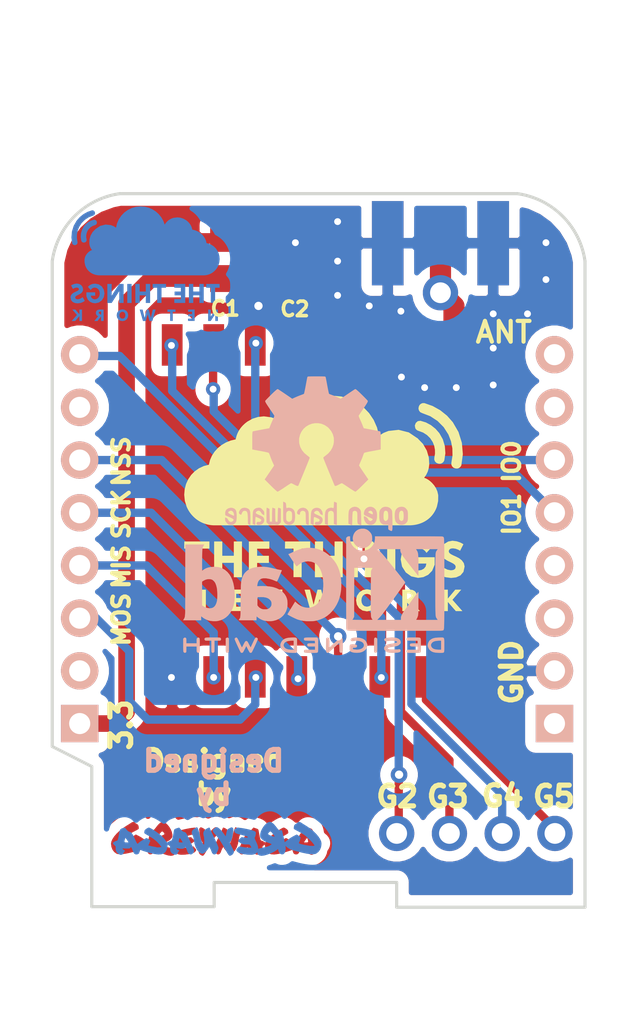
<source format=kicad_pcb>
(kicad_pcb (version 20171130) (host pcbnew 5.1.5-52549c5~84~ubuntu18.04.1)
  (layers (0 F.Cu signal) (31 B.Cu signal) (34 B.Paste user) (35 F.Paste user) (36 B.SilkS user) (37 F.SilkS user) (38 B.Mask user) (39 F.Mask user) (44 Edge.Cuts user))
  (net 0 "")
  (net 1 /+5V)
  (net 2 /GND)
  (net 3 /D4)
  (net 4 /D3)
  (net 5 /RX)
  (net 6 /TX)
  (net 7 /+3.3V)
  (net 8 /D8)
  (net 9 /A0)
  (net 10 /RST)
  (net 11 "Net-(A2-Pad1)")
  (net 12 /G2)
  (net 13 /G3)
  (net 14 /G4)
  (net 15 /G5)
  (net 16 /DIO0)
  (net 17 /DIO1)
  (net 18 /MOSI)
  (net 19 /MISO)
  (net 20 /SCK)
  (net 21 /NSS)
  (module LORA_BREAKOUT:OSHW-Logo2_9.8x8mm_SilkScreen (layer B.Cu) (at 139.7 92.583 180)
    (fp_text reference REF** hide)
    (fp_text value OSHW-Logo2_9.8x8mm_SilkScreen hide)
  )
  (module LORA_BREAKOUT:KiCad-Logo2_6mm_SilkScreen (layer B.Cu) (at 139.573 99.187 180)
    (fp_text reference REF** hide)
    (fp_text value KiCad-Logo2_6mm_SilkScreen hide)
  )
  (module LORA_BREAKOUT:ttn_logoCu1 (layer B.Cu) (at 131.445 83.439 180)
    (fp_text reference svg2mod hide)
    (fp_text value G*** hide)
    (fp_poly (pts (xy 3.561515 -1.044293) (xy 3.540025 -1.086111) (xy 3.518535 -1.127929) (xy 3.497045 -1.169747) (xy 3.475555 -1.211565) (xy 3.459946 -1.201764) (xy 3.418636 -1.180202) (xy 3.359902 -1.158639) (xy 3.29202 -1.148838) (xy 3.244938 -1.154356) (xy 3.211578 -1.170328) (xy 3.191721 -1.195884) (xy 3.185151 -1.230151) (xy 3.200542 -1.266198) (xy 3.24207 -1.298977) (xy 3.302765 -1.33045) (xy 3.375656 -1.362576) (xy 3.452541 -1.402434) (xy 3.52202 -1.458409) (xy 3.572332 -1.529195) (xy 3.591717 -1.613485) (xy 3.562785 -1.751717) (xy 3.485719 -1.842904) (xy 3.375112 -1.893144) (xy 3.245555 -1.908535) (xy 3.10068 -1.889296) (xy 2.992613 -1.846969) (xy 2.925058 -1.804643) (xy 2.901717 -1.785404) (xy 2.927853 -1.741262) (xy 2.953989 -1.697121) (xy 2.980126 -1.65298) (xy 3.006262 -1.608838) (xy 3.027099 -1.62481) (xy 3.080606 -1.659949) (xy 3.153279 -1.695088) (xy 3.231616 -1.71106) (xy 3.271909 -1.708991) (xy 3.315252 -1.697992) (xy 3.349883 -1.670876) (xy 3.36404 -1.620454) (xy 3.347088 -1.57693) (xy 3.301603 -1.540593) (xy 3.235645 -1.506434) (xy 3.157272 -1.469444) (xy 3.083001 -1.423633) (xy 3.028333 -1.367803) (xy 2.994573 -1.304132) (xy 2.98303 -1.234798) (xy 3.008912 -1.119326) (xy 3.07683 -1.030644) (xy 3.172192 -0.973761) (xy 3.280404 -0.953687) (xy 3.392935 -0.968824) (xy 3.481944 -0.999861) (xy 3.54046 -1.030462) (xy 3.561515 -1.044293)) (layer B.Cu) (width 0))
    (fp_poly (pts (xy 2.822727 -1.57399) (xy 2.760254 -1.723911) (xy 2.659229 -1.827222) (xy 2.534247 -1.886973) (xy 2.399899 -1.906212) (xy 2.22631 -1.86875) (xy 2.08452 -1.766818) (xy 1.988904 -1.616098) (xy 1.953838 -1.432273) (xy 1.987598 -1.246487) (xy 2.081035 -1.095985) (xy 2.222389 -0.995142) (xy 2.399899 -0.958333) (xy 2.512249 -0.96926) (xy 2.606957 -1.000442) (xy 2.686418 -1.049484) (xy 2.75303 -1.11399) (xy 2.718762 -1.151742) (xy 2.684495 -1.189495) (xy 2.650227 -1.227247) (xy 2.615959 -1.265) (xy 2.572907 -1.210585) (xy 2.524192 -1.174684) (xy 2.470249 -1.1549) (xy 2.411515 -1.148838) (xy 2.321308 -1.171272) (xy 2.247437 -1.232475) (xy 2.197523 -1.323298) (xy 2.179192 -1.434596) (xy 2.197523 -1.544187) (xy 2.247437 -1.633523) (xy 2.321308 -1.693672) (xy 2.411515 -1.715707) (xy 2.484878 -1.7038) (xy 2.548876 -1.669242) (xy 2.594143 -1.613775) (xy 2.611313 -1.539141) (xy 2.55904 -1.539141) (xy 2.506767 -1.539141) (xy 2.454495 -1.539141) (xy 2.402222 -1.539141) (xy 2.402222 -1.498485) (xy 2.402222 -1.457828) (xy 2.402222 -1.417172) (xy 2.402222 -1.376515) (xy 2.507929 -1.376515) (xy 2.613636 -1.376515) (xy 2.719343 -1.376515) (xy 2.82505 -1.376515) (xy 2.82505 -1.425884) (xy 2.82505 -1.475252) (xy 2.82505 -1.524621) (xy 2.82505 -1.57399) (xy 2.824469 -1.57399) (xy 2.823888 -1.57399) (xy 2.823308 -1.57399) (xy 2.822727 -1.57399)) (layer B.Cu) (width 0))
    (fp_poly (pts (xy 1.242929 -1.889949) (xy 1.190656 -1.889949) (xy 1.138384 -1.889949) (xy 1.086111 -1.889949) (xy 1.033838 -1.889949) (xy 1.033838 -1.66053) (xy 1.033838 -1.431111) (xy 1.033838 -1.201692) (xy 1.033838 -0.972273) (xy 1.086111 -0.972273) (xy 1.138384 -0.972273) (xy 1.190656 -0.972273) (xy 1.242929 -0.972273) (xy 1.333535 -1.11399) (xy 1.424141 -1.255707) (xy 1.514747 -1.397424) (xy 1.605353 -1.539141) (xy 1.605934 -1.539141) (xy 1.606515 -1.539141) (xy 1.607096 -1.539141) (xy 1.607677 -1.539141) (xy 1.607677 -1.397424) (xy 1.607677 -1.255707) (xy 1.607677 -1.11399) (xy 1.607677 -0.972273) (xy 1.659949 -0.972273) (xy 1.712222 -0.972273) (xy 1.764495 -0.972273) (xy 1.816767 -0.972273) (xy 1.816767 -1.201692) (xy 1.816767 -1.431111) (xy 1.816767 -1.66053) (xy 1.816767 -1.889949) (xy 1.764495 -1.889949) (xy 1.712222 -1.889949) (xy 1.659949 -1.889949) (xy 1.607677 -1.889949) (xy 1.51707 -1.748232) (xy 1.426464 -1.606515) (xy 1.335858 -1.464798) (xy 1.245252 -1.323081) (xy 1.244672 -1.323081) (xy 1.244091 -1.323081) (xy 1.24351 -1.323081) (xy 1.242929 -1.323081) (xy 1.242929 -1.464798) (xy 1.242929 -1.606515) (xy 1.242929 -1.748232) (xy 1.242929 -1.889949)) (layer B.Cu) (width 0))
    (fp_poly (pts (xy 0.857273 -1.889949) (xy 0.805 -1.889949) (xy 0.752727 -1.889949) (xy 0.700454 -1.889949) (xy 0.648182 -1.889949) (xy 0.648182 -1.66053) (xy 0.648182 -1.431111) (xy 0.648182 -1.201692) (xy 0.648182 -0.972273) (xy 0.700454 -0.972273) (xy 0.752727 -0.972273) (xy 0.805 -0.972273) (xy 0.857273 -0.972273) (xy 0.857273 -1.201692) (xy 0.857273 -1.431111) (xy 0.857273 -1.66053) (xy 0.857273 -1.889949)) (layer B.Cu) (width 0))
    (fp_poly (pts (xy -0.034848 -1.889949) (xy -0.087121 -1.889949) (xy -0.139394 -1.889949) (xy -0.191667 -1.889949) (xy -0.243939 -1.889949) (xy -0.243939 -1.66053) (xy -0.243939 -1.431111) (xy -0.243939 -1.201692) (xy -0.243939 -0.972273) (xy -0.191667 -0.972273) (xy -0.139394 -0.972273) (xy -0.087121 -0.972273) (xy -0.034848 -0.972273) (xy -0.034848 -1.06404) (xy -0.034848 -1.155808) (xy -0.034848 -1.247576) (xy -0.034848 -1.339343) (xy 0.038914 -1.339343) (xy 0.112677 -1.339343) (xy 0.186439 -1.339343) (xy 0.260202 -1.339343) (xy 0.260202 -1.247576) (xy 0.260202 -1.155808) (xy 0.260202 -1.06404) (xy 0.260202 -0.972273) (xy 0.312475 -0.972273) (xy 0.364747 -0.972273) (xy 0.41702 -0.972273) (xy 0.469293 -0.972273) (xy 0.469293 -1.201692) (xy 0.469293 -1.431111) (xy 0.469293 -1.66053) (xy 0.469293 -1.889949) (xy 0.41702 -1.889949) (xy 0.364747 -1.889949) (xy 0.312475 -1.889949) (xy 0.260202 -1.889949) (xy 0.260202 -1.797601) (xy 0.260202 -1.705252) (xy 0.260202 -1.612904) (xy 0.260202 -1.520555) (xy 0.186439 -1.520555) (xy 0.112677 -1.520555) (xy 0.038914 -1.520555) (xy -0.034848 -1.520555) (xy -0.034848 -1.612904) (xy -0.034848 -1.705252) (xy -0.034848 -1.797601) (xy -0.034848 -1.889949)) (layer B.Cu) (width 0))
    (fp_poly (pts (xy -1.008283 -0.972273) (xy -0.847399 -0.972273) (xy -0.686515 -0.972273) (xy -0.525631 -0.972273) (xy -0.364747 -0.972273) (xy -0.364747 -1.018156) (xy -0.364747 -1.06404) (xy -0.364747 -1.109924) (xy -0.364747 -1.155808) (xy -0.419343 -1.155808) (xy -0.473939 -1.155808) (xy -0.528535 -1.155808) (xy -0.583131 -1.155808) (xy -0.583131 -1.338762) (xy -0.583131 -1.521717) (xy -0.583131 -1.704671) (xy -0.583131 -1.887626) (xy -0.635404 -1.887626) (xy -0.687677 -1.887626) (xy -0.739949 -1.887626) (xy -0.792222 -1.887626) (xy -0.792222 -1.704671) (xy -0.792222 -1.521717) (xy -0.792222 -1.338762) (xy -0.792222 -1.155808) (xy -0.846818 -1.155808) (xy -0.901414 -1.155808) (xy -0.95601 -1.155808) (xy -1.010606 -1.155808) (xy -1.010025 -1.109924) (xy -1.009444 -1.06404) (xy -1.008863 -1.018156) (xy -1.008283 -0.972273)) (layer B.Cu) (width 0))
    (fp_poly (pts (xy -1.410202 -1.158131) (xy -1.488611 -1.158131) (xy -1.56702 -1.158131) (xy -1.645429 -1.158131) (xy -1.723838 -1.158131) (xy -1.723838 -1.203434) (xy -1.723838 -1.248737) (xy -1.723838 -1.29404) (xy -1.723838 -1.339343) (xy -1.648333 -1.339343) (xy -1.572828 -1.339343) (xy -1.497323 -1.339343) (xy -1.421818 -1.339343) (xy -1.421818 -1.385227) (xy -1.421818 -1.431111) (xy -1.421818 -1.476995) (xy -1.421818 -1.522879) (xy -1.497323 -1.522879) (xy -1.572828 -1.522879) (xy -1.648333 -1.522879) (xy -1.723838 -1.522879) (xy -1.723838 -1.568762) (xy -1.723838 -1.614646) (xy -1.723838 -1.66053) (xy -1.723838 -1.706414) (xy -1.644848 -1.706414) (xy -1.565858 -1.706414) (xy -1.486868 -1.706414) (xy -1.407879 -1.706414) (xy -1.407879 -1.752298) (xy -1.407879 -1.798182) (xy -1.407879 -1.844065) (xy -1.407879 -1.889949) (xy -1.539722 -1.889949) (xy -1.671565 -1.889949) (xy -1.803409 -1.889949) (xy -1.935252 -1.889949) (xy -1.935252 -1.66053) (xy -1.935252 -1.431111) (xy -1.935252 -1.201692) (xy -1.935252 -0.972273) (xy -1.80399 -0.972273) (xy -1.672727 -0.972273) (xy -1.541464 -0.972273) (xy -1.410202 -0.972273) (xy -1.410202 -1.018737) (xy -1.410202 -1.065202) (xy -1.410202 -1.111667) (xy -1.410202 -1.158131)) (layer B.Cu) (width 0))
    (fp_poly (pts (xy -2.615959 -1.889949) (xy -2.668232 -1.889949) (xy -2.720505 -1.889949) (xy -2.772777 -1.889949) (xy -2.82505 -1.889949) (xy -2.82505 -1.66053) (xy -2.82505 -1.431111) (xy -2.82505 -1.201692) (xy -2.82505 -0.972273) (xy -2.772777 -0.972273) (xy -2.720505 -0.972273) (xy -2.668232 -0.972273) (xy -2.615959 -0.972273) (xy -2.615959 -1.06404) (xy -2.615959 -1.155808) (xy -2.615959 -1.247576) (xy -2.615959 -1.339343) (xy -2.542197 -1.339343) (xy -2.468434 -1.339343) (xy -2.394671 -1.339343) (xy -2.320909 -1.339343) (xy -2.320909 -1.247576) (xy -2.320909 -1.155808) (xy -2.320909 -1.06404) (xy -2.320909 -0.972273) (xy -2.268636 -0.972273) (xy -2.216363 -0.972273) (xy -2.164091 -0.972273) (xy -2.111818 -0.972273) (xy -2.111818 -1.201692) (xy -2.111818 -1.431111) (xy -2.111818 -1.66053) (xy -2.111818 -1.889949) (xy -2.164091 -1.889949) (xy -2.216363 -1.889949) (xy -2.268636 -1.889949) (xy -2.320909 -1.889949) (xy -2.320909 -1.797601) (xy -2.320909 -1.705252) (xy -2.320909 -1.612904) (xy -2.320909 -1.520555) (xy -2.394671 -1.520555) (xy -2.468434 -1.520555) (xy -2.542197 -1.520555) (xy -2.615959 -1.520555) (xy -2.615959 -1.612904) (xy -2.615959 -1.705252) (xy -2.615959 -1.797601) (xy -2.615959 -1.889949)) (layer B.Cu) (width 0))
    (fp_poly (pts (xy -3.589393 -0.972273) (xy -3.42851 -0.972273) (xy -3.267626 -0.972273) (xy -3.106742 -0.972273) (xy -2.945858 -0.972273) (xy -2.945858 -1.018156) (xy -2.945858 -1.06404) (xy -2.945858 -1.109924) (xy -2.945858 -1.155808) (xy -3.000454 -1.155808) (xy -3.05505 -1.155808) (xy -3.109646 -1.155808) (xy -3.164242 -1.155808) (xy -3.164242 -1.338762) (xy -3.164242 -1.521717) (xy -3.164242 -1.704671) (xy -3.164242 -1.887626) (xy -3.216515 -1.887626) (xy -3.268787 -1.887626) (xy -3.32106 -1.887626) (xy -3.373333 -1.887626) (xy -3.373333 -1.704671) (xy -3.373333 -1.521717) (xy -3.373333 -1.338762) (xy -3.373333 -1.155808) (xy -3.427929 -1.155808) (xy -3.482525 -1.155808) (xy -3.537121 -1.155808) (xy -3.591717 -1.155808) (xy -3.591136 -1.109924) (xy -3.590555 -1.06404) (xy -3.589974 -1.018156) (xy -3.589393 -0.972273)) (layer B.Cu) (width 0))
    (fp_poly (pts (xy 3.366363 -2.758838) (xy 3.315252 -2.700176) (xy 3.264141 -2.641515) (xy 3.21303 -2.582853) (xy 3.161919 -2.524192) (xy 3.161919 -2.582853) (xy 3.161919 -2.641515) (xy 3.161919 -2.700176) (xy 3.161919 -2.758838) (xy 3.130555 -2.758838) (xy 3.099191 -2.758838) (xy 3.067828 -2.758838) (xy 3.036464 -2.758838) (xy 3.036464 -2.621187) (xy 3.036464 -2.483535) (xy 3.036464 -2.345884) (xy 3.036464 -2.208232) (xy 3.067828 -2.208232) (xy 3.099191 -2.208232) (xy 3.130555 -2.208232) (xy 3.161919 -2.208232) (xy 3.161919 -2.265151) (xy 3.161919 -2.32207) (xy 3.161919 -2.37899) (xy 3.161919 -2.435909) (xy 3.209545 -2.37899) (xy 3.257171 -2.32207) (xy 3.304798 -2.265151) (xy 3.352424 -2.208232) (xy 3.390757 -2.208232) (xy 3.42909 -2.208232) (xy 3.467424 -2.208232) (xy 3.505757 -2.208232) (xy 3.449419 -2.273283) (xy 3.39308 -2.338333) (xy 3.336742 -2.403384) (xy 3.280404 -2.468434) (xy 3.344292 -2.541035) (xy 3.408181 -2.613636) (xy 3.47207 -2.686237) (xy 3.535959 -2.758838) (xy 3.49356 -2.758838) (xy 3.451161 -2.758838) (xy 3.408762 -2.758838) (xy 3.366363 -2.758838)) (layer B.Cu) (width 0))
    (fp_poly (pts (xy 2.188485 -2.205909) (xy 2.223188 -2.335828) (xy 2.198939 -2.313649) (xy 2.165978 -2.304973) (xy 2.130404 -2.303485) (xy 2.126919 -2.303485) (xy 2.123434 -2.303485) (xy 2.119949 -2.303485) (xy 2.116464 -2.303485) (xy 2.116464 -2.339495) (xy 2.116464 -2.375505) (xy 2.116464 -2.411515) (xy 2.116464 -2.447525) (xy 2.119949 -2.447525) (xy 2.123434 -2.447525) (xy 2.126919 -2.447525) (xy 2.130404 -2.447525) (xy 2.130404 -2.448687) (xy 2.130404 -2.449848) (xy 2.130404 -2.45101) (xy 2.082197 -2.452752) (xy 2.118751 -2.451264) (xy 2.151603 -2.442588) (xy 2.175307 -2.420408) (xy 2.232626 -2.377828) (xy 2.223188 -2.335828) (xy 2.188485 -2.205909) (xy 2.259924 -2.216327) (xy 2.317424 -2.247437) (xy 2.355757 -2.29902) (xy 2.369697 -2.370858) (xy 2.361384 -2.427233) (xy 2.338043 -2.473371) (xy 2.302069 -2.507747) (xy 2.255858 -2.528838) (xy 2.303485 -2.586338) (xy 2.351111 -2.643838) (xy 2.398737 -2.701338) (xy 2.446363 -2.758838) (xy 2.406868 -2.758838) (xy 2.367373 -2.758838) (xy 2.327878 -2.758838) (xy 2.288384 -2.758838) (xy 2.246565 -2.704242) (xy 2.204747 -2.649646) (xy 2.162929 -2.59505) (xy 2.121111 -2.540454) (xy 2.121111 -2.59505) (xy 2.121111 -2.649646) (xy 2.121111 -2.704242) (xy 2.121111 -2.758838) (xy 2.089747 -2.758838) (xy 2.058384 -2.758838) (xy 2.02702 -2.758838) (xy 1.995656 -2.758838) (xy 1.995656 -2.621187) (xy 1.995656 -2.483535) (xy 1.995656 -2.345884) (xy 1.995656 -2.208232) (xy 2.043863 -2.207651) (xy 2.09207 -2.20707) (xy 2.140277 -2.20649) (xy 2.188485 -2.205909)) (layer B.Cu) (width 0))
    (fp_poly (pts (xy 1.089596 -2.196616) (xy 1.196174 -2.367954) (xy 1.151924 -2.329766) (xy 1.089596 -2.315101) (xy 1.026288 -2.329113) (xy 0.982146 -2.366212) (xy 0.9563 -2.418993) (xy 0.947879 -2.48005) (xy 0.955647 -2.541108) (xy 0.980404 -2.593889) (xy 1.024328 -2.630988) (xy 1.089596 -2.645) (xy 1.153884 -2.630988) (xy 1.197917 -2.593889) (xy 1.223218 -2.541108) (xy 1.231313 -2.48005) (xy 1.222564 -2.420953) (xy 1.196174 -2.367954) (xy 1.089596 -2.196616) (xy 1.197844 -2.218687) (xy 1.28649 -2.279091) (xy 1.346386 -2.369116) (xy 1.368384 -2.48005) (xy 1.347366 -2.593308) (xy 1.289103 -2.683914) (xy 1.200784 -2.744027) (xy 1.089596 -2.765808) (xy 0.976447 -2.743701) (xy 0.888346 -2.683043) (xy 0.831172 -2.592328) (xy 0.810808 -2.48005) (xy 0.832806 -2.368136) (xy 0.892702 -2.278219) (xy 0.981348 -2.21836) (xy 1.089596 -2.196616)) (layer B.Cu) (width 0))
    (fp_poly (pts (xy -0.125455 -2.449848) (xy -0.147525 -2.527096) (xy -0.169596 -2.604343) (xy -0.191667 -2.681591) (xy -0.213737 -2.758838) (xy -0.248586 -2.758838) (xy -0.283434 -2.758838) (xy -0.318283 -2.758838) (xy -0.353131 -2.758838) (xy -0.392045 -2.621187) (xy -0.43096 -2.483535) (xy -0.469874 -2.345884) (xy -0.508788 -2.208232) (xy -0.47452 -2.208232) (xy -0.440252 -2.208232) (xy -0.405985 -2.208232) (xy -0.371717 -2.208232) (xy -0.348485 -2.303485) (xy -0.325252 -2.398737) (xy -0.30202 -2.49399) (xy -0.278788 -2.589242) (xy -0.278207 -2.589242) (xy -0.277626 -2.589242) (xy -0.277045 -2.589242) (xy -0.276465 -2.589242) (xy -0.25149 -2.49399) (xy -0.226515 -2.398737) (xy -0.20154 -2.303485) (xy -0.176566 -2.208232) (xy -0.153333 -2.208232) (xy -0.130101 -2.208232) (xy -0.106869 -2.208232) (xy -0.083636 -2.208232) (xy -0.058662 -2.303485) (xy -0.033687 -2.398737) (xy -0.008712 -2.49399) (xy 0.016263 -2.589242) (xy 0.018586 -2.589242) (xy 0.020909 -2.589242) (xy 0.023232 -2.589242) (xy 0.025556 -2.589242) (xy 0.048788 -2.49399) (xy 0.07202 -2.398737) (xy 0.095253 -2.303485) (xy 0.118485 -2.208232) (xy 0.153333 -2.208232) (xy 0.188182 -2.208232) (xy 0.22303 -2.208232) (xy 0.257879 -2.208232) (xy 0.218965 -2.345884) (xy 0.18005 -2.483535) (xy 0.141136 -2.621187) (xy 0.102222 -2.758838) (xy 0.067374 -2.758838) (xy 0.032525 -2.758838) (xy -0.002323 -2.758838) (xy -0.037172 -2.758838) (xy -0.059242 -2.681591) (xy -0.081313 -2.604343) (xy -0.103384 -2.527096) (xy -0.125455 -2.449848)) (layer B.Cu) (width 0))
    (fp_poly (pts (xy -1.465959 -2.205909) (xy -1.368964 -2.205909) (xy -1.27197 -2.205909) (xy -1.174975 -2.205909) (xy -1.07798 -2.205909) (xy -1.07798 -2.233788) (xy -1.07798 -2.261666) (xy -1.07798 -2.289545) (xy -1.07798 -2.317424) (xy -1.110505 -2.317424) (xy -1.14303 -2.317424) (xy -1.175555 -2.317424) (xy -1.208081 -2.317424) (xy -1.208081 -2.427197) (xy -1.208081 -2.536969) (xy -1.208081 -2.646742) (xy -1.208081 -2.756515) (xy -1.239444 -2.756515) (xy -1.270808 -2.756515) (xy -1.302172 -2.756515) (xy -1.333535 -2.756515) (xy -1.333535 -2.646742) (xy -1.333535 -2.536969) (xy -1.333535 -2.427197) (xy -1.333535 -2.317424) (xy -1.36606 -2.317424) (xy -1.398586 -2.317424) (xy -1.431111 -2.317424) (xy -1.463636 -2.317424) (xy -1.464217 -2.289545) (xy -1.464798 -2.261666) (xy -1.465379 -2.233788) (xy -1.465959 -2.205909)) (layer B.Cu) (width 0))
    (fp_poly (pts (xy -2.07 -2.315101) (xy -2.117626 -2.315101) (xy -2.165252 -2.315101) (xy -2.212878 -2.315101) (xy -2.260505 -2.315101) (xy -2.260505 -2.341818) (xy -2.260505 -2.368535) (xy -2.260505 -2.395252) (xy -2.260505 -2.421969) (xy -2.215202 -2.421969) (xy -2.169899 -2.421969) (xy -2.124596 -2.421969) (xy -2.079293 -2.421969) (xy -2.079293 -2.449848) (xy -2.079293 -2.477727) (xy -2.079293 -2.505606) (xy -2.079293 -2.533484) (xy -2.124596 -2.533484) (xy -2.169899 -2.533484) (xy -2.215202 -2.533484) (xy -2.260505 -2.533484) (xy -2.260505 -2.561363) (xy -2.260505 -2.589242) (xy -2.260505 -2.617121) (xy -2.260505 -2.645) (xy -2.212878 -2.645) (xy -2.165252 -2.645) (xy -2.117626 -2.645) (xy -2.07 -2.645) (xy -2.07 -2.672878) (xy -2.07 -2.700757) (xy -2.07 -2.728636) (xy -2.07 -2.756515) (xy -2.14899 -2.756515) (xy -2.227979 -2.756515) (xy -2.306969 -2.756515) (xy -2.385959 -2.756515) (xy -2.385959 -2.618863) (xy -2.385959 -2.481212) (xy -2.385959 -2.34356) (xy -2.385959 -2.205909) (xy -2.306969 -2.205909) (xy -2.227979 -2.205909) (xy -2.14899 -2.205909) (xy -2.07 -2.205909) (xy -2.07 -2.233207) (xy -2.07 -2.260505) (xy -2.07 -2.287803) (xy -2.07 -2.315101)) (layer B.Cu) (width 0))
    (fp_poly (pts (xy -3.382626 -2.758838) (xy -3.413989 -2.758838) (xy -3.445353 -2.758838) (xy -3.476717 -2.758838) (xy -3.50808 -2.758838) (xy -3.50808 -2.621187) (xy -3.50808 -2.483535) (xy -3.50808 -2.345884) (xy -3.50808 -2.208232) (xy -3.476717 -2.208232) (xy -3.445353 -2.208232) (xy -3.413989 -2.208232) (xy -3.382626 -2.208232) (xy -3.327449 -2.294192) (xy -3.272272 -2.380151) (xy -3.217096 -2.466111) (xy -3.161919 -2.55207) (xy -3.161919 -2.466111) (xy -3.161919 -2.380151) (xy -3.161919 -2.294192) (xy -3.161919 -2.208232) (xy -3.130555 -2.208232) (xy -3.099191 -2.208232) (xy -3.067828 -2.208232) (xy -3.036464 -2.208232) (xy -3.036464 -2.345884) (xy -3.036464 -2.483535) (xy -3.036464 -2.621187) (xy -3.036464 -2.758838) (xy -3.067828 -2.758838) (xy -3.099191 -2.758838) (xy -3.130555 -2.758838) (xy -3.161919 -2.758838) (xy -3.217096 -2.672878) (xy -3.272272 -2.586919) (xy -3.327449 -2.500959) (xy -3.382626 -2.415) (xy -3.382626 -2.500959) (xy -3.382626 -2.586919) (xy -3.382626 -2.672878) (xy -3.382626 -2.758838)) (layer B.Cu) (width 0))
    (fp_poly (pts (xy 2.915656 0.210252) (xy 3.242397 1.597149) (xy 3.27779 1.41601) (xy 3.281384 1.231386) (xy 3.252525 1.048939) (xy 3.251835 0.998591) (xy 3.271401 0.952816) (xy 3.307084 0.917931) (xy 3.354747 0.900252) (xy 3.402228 0.896259) (xy 3.447095 0.910126) (xy 3.484122 0.938804) (xy 3.50808 0.979242) (xy 3.546813 1.266053) (xy 3.521729 1.555694) (xy 3.435225 1.833574) (xy 3.289697 2.085101) (xy 3.289696 2.0851) (xy 3.142098 2.252192) (xy 2.967929 2.392058) (xy 2.77285 2.500995) (xy 2.562525 2.575303) (xy 2.514173 2.575484) (xy 2.470176 2.557588) (xy 2.435764 2.525317) (xy 2.416161 2.482373) (xy 2.40901 2.43148) (xy 2.423421 2.381894) (xy 2.455692 2.34189) (xy 2.502121 2.319747) (xy 2.711284 2.239269) (xy 2.898232 2.116755) (xy 3.055558 1.958085) (xy 3.175858 1.769141) (xy 3.242397 1.597149) (xy 2.915656 0.210252) (xy 2.915656 1.023384) (xy 2.963827 1.019463) (xy 3.010037 1.033838) (xy 3.047971 1.063895) (xy 3.071313 1.10702) (xy 3.099046 1.288486) (xy 3.085833 1.471477) (xy 3.033415 1.647063) (xy 2.943535 1.806313) (xy 2.846141 1.917102) (xy 2.730669 2.009596) (xy 2.600822 2.079438) (xy 2.460303 2.122272) (xy 2.391259 2.112435) (xy 2.340075 2.066224) (xy 2.315899 2.000412) (xy 2.327878 1.931767) (xy 2.343705 1.906139) (xy 2.365631 1.885303) (xy 2.391913 1.869694) (xy 2.420808 1.859747) (xy 2.529891 1.818401) (xy 2.627866 1.755492) (xy 2.710595 1.673852) (xy 2.773939 1.576313) (xy 2.811837 1.480552) (xy 2.831439 1.38) (xy 2.832746 1.277705) (xy 2.815757 1.176717) (xy 2.813724 1.125969) (xy 2.832601 1.079141) (xy 2.86803 1.042768) (xy 2.915656 1.023384) (xy 2.915656 0.210252) (xy 2.91326 0.06309) (xy 2.88255 -0.076667) (xy 2.876786 -0.093464) (xy 2.870602 -0.110091) (xy 2.864001 -0.126544) (xy 2.856985 -0.142815) (xy 2.849558 -0.158899) (xy 2.841722 -0.17479) (xy 2.833479 -0.190482) (xy 2.824832 -0.205969) (xy 2.815784 -0.221245) (xy 2.806336 -0.236304) (xy 2.796492 -0.25114) (xy 2.786254 -0.265747) (xy 2.775625 -0.280119) (xy 2.764606 -0.294251) (xy 2.753202 -0.308135) (xy 2.741414 -0.321768) (xy 2.728367 -0.335938) (xy 2.714934 -0.349697) (xy 2.701121 -0.363043) (xy 2.686936 -0.375973) (xy 2.672387 -0.388485) (xy 2.657481 -0.400575) (xy 2.642227 -0.412241) (xy 2.626632 -0.423482) (xy 2.610703 -0.434293) (xy 2.594448 -0.444673) (xy 2.577875 -0.454619) (xy 2.560991 -0.464129) (xy 2.543805 -0.4732) (xy 2.526323 -0.481829) (xy 2.508554 -0.490014) (xy 2.490505 -0.497752) (xy 2.472183 -0.505042) (xy 2.453597 -0.511879) (xy 2.434754 -0.518262) (xy 2.415662 -0.524188) (xy 2.396328 -0.529655) (xy 2.376761 -0.53466) (xy 2.356966 -0.5392) (xy 2.336954 -0.543273) (xy 2.31673 -0.546877) (xy 2.296303 -0.550008) (xy 2.27568 -0.552665) (xy 2.254869 -0.554844) (xy 2.233878 -0.556544) (xy 2.212714 -0.557761) (xy 2.191385 -0.558492) (xy 2.169899 -0.558738) (xy 2.014315 -0.558738) (xy 1.858731 -0.558738) (xy 1.703147 -0.558738) (xy 1.547563 -0.558738) (xy 1.391979 -0.558738) (xy 1.236395 -0.558738) (xy 1.080811 -0.558738) (xy 0.925227 -0.558738) (xy 0.769643 -0.558738) (xy 0.614059 -0.558738) (xy 0.458475 -0.558738) (xy 0.302891 -0.558738) (xy 0.147307 -0.558738) (xy -0.008277 -0.558738) (xy -0.16386 -0.558738) (xy -0.319444 -0.558738) (xy -0.475028 -0.558738) (xy -0.630612 -0.558738) (xy -0.786196 -0.558738) (xy -0.94178 -0.558738) (xy -1.097364 -0.558738) (xy -1.252948 -0.558738) (xy -1.408532 -0.558738) (xy -1.564116 -0.558738) (xy -1.7197 -0.558738) (xy -1.875284 -0.558738) (xy -2.030868 -0.558738) (xy -2.186452 -0.558738) (xy -2.342036 -0.558738) (xy -2.49762 -0.558738) (xy -2.653204 -0.558738) (xy -2.808787 -0.558738) (xy -2.809006 -0.558738) (xy -2.809223 -0.558738) (xy -2.809441 -0.558738) (xy -2.80966 -0.558738) (xy -2.809878 -0.558738) (xy -2.810097 -0.558738) (xy -2.810314 -0.558738) (xy -2.810532 -0.558738) (xy -2.810751 -0.558738) (xy -2.810969 -0.558738) (xy -2.811187 -0.558738) (xy -2.811405 -0.558738) (xy -2.811623 -0.558738) (xy -2.811841 -0.558738) (xy -2.81206 -0.558738) (xy -2.812278 -0.558738) (xy -2.812495 -0.558738) (xy -2.812714 -0.558738) (xy -2.812932 -0.558738) (xy -2.813151 -0.558738) (xy -2.813369 -0.558738) (xy -2.813586 -0.558738) (xy -2.813805 -0.558738) (xy -2.814023 -0.558738) (xy -2.814241 -0.558738) (xy -2.81446 -0.558738) (xy -2.814677 -0.558738) (xy -2.814895 -0.558738) (xy -2.815114 -0.558738) (xy -2.815332 -0.558738) (xy -2.81555 -0.558738) (xy -2.815768 -0.558738) (xy -2.815837 -0.558738) (xy -2.815907 -0.558738) (xy -2.815977 -0.558738) (xy -2.816046 -0.558738) (xy -2.816116 -0.558738) (xy -2.816186 -0.558738) (xy -2.816256 -0.558738) (xy -2.816325 -0.558738) (xy -2.816395 -0.558738) (xy -2.816465 -0.558738) (xy -2.816534 -0.558738) (xy -2.816604 -0.558738) (xy -2.816674 -0.558738) (xy -2.816743 -0.558738) (xy -2.816813 -0.558738) (xy -2.816883 -0.558738) (xy -2.816952 -0.558738) (xy -2.817022 -0.558738) (xy -2.817092 -0.558738) (xy -2.817162 -0.558738) (xy -2.817231 -0.558738) (xy -2.817301 -0.558738) (xy -2.817371 -0.558738) (xy -2.81744 -0.558738) (xy -2.81751 -0.558738) (xy -2.81758 -0.558738) (xy -2.817649 -0.558738) (xy -2.817719 -0.558738) (xy -2.817789 -0.558738) (xy -2.817859 -0.558738) (xy -2.817928 -0.558738) (xy -2.817998 -0.558738) (xy -2.818143 -0.558738) (xy -2.818288 -0.558738) (xy -2.818434 -0.558738) (xy -2.818579 -0.558738) (xy -2.818724 -0.558738) (xy -2.818869 -0.558738) (xy -2.819014 -0.558738) (xy -2.81916 -0.558738) (xy -2.819305 -0.558738) (xy -2.81945 -0.558738) (xy -2.819595 -0.558738) (xy -2.81974 -0.558738) (xy -2.819886 -0.558738) (xy -2.820031 -0.558738) (xy -2.820176 -0.558738) (xy -2.820321 -0.558738) (xy -2.820466 -0.558738) (xy -2.820612 -0.558738) (xy -2.820757 -0.558738) (xy -2.820902 -0.558738) (xy -2.821047 -0.558738) (xy -2.821192 -0.558738) (xy -2.821338 -0.558738) (xy -2.821483 -0.558738) (xy -2.821628 -0.558738) (xy -2.821773 -0.558738) (xy -2.821918 -0.558738) (xy -2.822064 -0.558738) (xy -2.822209 -0.558738) (xy -2.822354 -0.558738) (xy -2.822499 -0.558738) (xy -2.822727 -0.558738) (xy -2.841641 -0.558296) (xy -2.860479 -0.557407) (xy -2.879237 -0.556075) (xy -2.897905 -0.5543) (xy -2.916479 -0.552087) (xy -2.93495 -0.549437) (xy -2.953312 -0.546354) (xy -2.971559 -0.542838) (xy -2.989683 -0.538895) (xy -3.007678 -0.534525) (xy -3.025537 -0.529731) (xy -3.043252 -0.524516) (xy -3.060818 -0.518882) (xy -3.078228 -0.512833) (xy -3.095474 -0.50637) (xy -3.11255 -0.499496) (xy -3.129449 -0.492213) (xy -3.146164 -0.484525) (xy -3.162689 -0.476434) (xy -3.179016 -0.467941) (xy -3.195139 -0.459051) (xy -3.211052 -0.449765) (xy -3.226746 -0.440086) (xy -3.242215 -0.430017) (xy -3.257454 -0.419559) (xy -3.272454 -0.408716) (xy -3.287209 -0.39749) (xy -3.301712 -0.385884) (xy -3.315956 -0.3739) (xy -3.329936 -0.361541) (xy -3.343642 -0.34881) (xy -3.35707 -0.335707) (xy -3.371023 -0.321619) (xy -3.384566 -0.307239) (xy -3.397696 -0.292574) (xy -3.410414 -0.277631) (xy -3.422716 -0.262417) (xy -3.434601 -0.24694) (xy -3.446068 -0.231207) (xy -3.457114 -0.215226) (xy -3.467739 -0.199002) (xy -3.47794 -0.182544) (xy -3.487715 -0.165859) (xy -3.497063 -0.148955) (xy -3.505983 -0.131837) (xy -3.514472 -0.114514) (xy -3.522528 -0.096993) (xy -3.530151 -0.07928) (xy -3.575309 0.068427) (xy -3.591717 0.224192) (xy -3.579524 0.367583) (xy -3.544272 0.501854) (xy -3.487947 0.624854) (xy -3.412537 0.734432) (xy -3.32003 0.828436) (xy -3.212413 0.904717) (xy -3.091673 0.961124) (xy -2.959798 0.995505) (xy -2.930725 1.115219) (xy -2.881425 1.227501) (xy -2.813883 1.330581) (xy -2.730088 1.422689) (xy -2.632027 1.502056) (xy -2.521687 1.566911) (xy -2.401056 1.615486) (xy -2.272121 1.64601) (xy -2.262329 1.694544) (xy -2.248671 1.742424) (xy -2.231201 1.789433) (xy -2.209974 1.835353) (xy -2.185045 1.879967) (xy -2.156468 1.923055) (xy -2.124296 1.964401) (xy -2.088586 2.003788) (xy -2.032265 2.05646) (xy -1.971698 2.102815) (xy -1.84 2.175707) (xy -1.697847 2.220719) (xy -1.549596 2.236111) (xy -1.363411 2.211063) (xy -1.277002 2.180979) (xy -1.196174 2.140277) (xy -1.121772 2.089774) (xy -1.054638 2.030287) (xy -0.995618 1.962632) (xy -0.945555 1.887626) (xy -0.877737 2.070771) (xy -0.782421 2.238507) (xy -0.662384 2.388056) (xy -0.520404 2.516641) (xy -0.359257 2.621486) (xy -0.18172 2.699813) (xy 0.009429 2.748846) (xy 0.211414 2.765808) (xy 0.431754 2.745507) (xy 0.638998 2.687036) (xy 0.829416 2.594043) (xy 0.99928 2.470176) (xy 1.144859 2.319085) (xy 1.262422 2.144416) (xy 1.348241 1.949818) (xy 1.398586 1.738939) (xy 1.516136 1.811871) (xy 1.64071 1.861526) (xy 1.901565 1.89024) (xy 2.162421 1.823556) (xy 2.404545 1.659949) (xy 2.396414 1.666919) (xy 2.388282 1.673889) (xy 2.380151 1.680858) (xy 2.37202 1.687828) (xy 2.524591 1.530139) (xy 2.6238 1.356767) (xy 2.675528 1.178169) (xy 2.685656 1.004798) (xy 2.673495 0.908602) (xy 2.647613 0.818939) (xy 2.608227 0.736247) (xy 2.555555 0.66096) (xy 2.610623 0.638344) (xy 2.661553 0.608977) (xy 2.709433 0.573076) (xy 2.755353 0.530859) (xy 2.813035 0.464356) (xy 2.859608 0.390884) (xy 2.893549 0.311313) (xy 2.913333 0.226515) (xy 2.913368 0.222994) (xy 2.913622 0.219255) (xy 2.914312 0.215081) (xy 2.915655 0.210252) (xy 2.915655 0.213846) (xy 2.915655 0.214608) (xy 2.915655 0.213193) (xy 2.915655 0.210252) (xy 2.915656 0.210252)) (layer B.Cu) (width 0))
  )
  (module LORA_BREAKOUT:ttn_logo3 (layer F.Cu) (at 140.081 94.996)
    (fp_text reference svg2mod hide)
    (fp_text value G*** hide)
  )
  (module LORA_BREAKOUT:Feather_CU (layer B.Cu) (at 135.255 111.252 180)
    (fp_text reference Ref** hide)
    (fp_text value Val** hide)
    (fp_poly (pts (xy -2.121746 0.890829) (xy -2.038408 0.837713) (xy -1.955742 0.758164) (xy -1.879104 0.659529) (xy -1.81385 0.549155) (xy -1.765337 0.434388) (xy -1.738924 0.322574) (xy -1.735666 0.272847) (xy -1.738485 0.207998) (xy -1.752034 0.161884) (xy -1.783956 0.117659) (xy -1.825625 0.07453) (xy -1.884614 0.023438) (xy -1.953312 -0.018882) (xy -2.043911 -0.05919) (xy -2.113835 -0.085212) (xy -2.203348 -0.117771) (xy -2.258321 -0.140529) (xy -2.28439 -0.157039) (xy -2.287187 -0.170855) (xy -2.272585 -0.18535) (xy -2.1751 -0.244605) (xy -2.054956 -0.290804) (xy -1.902799 -0.327493) (xy -1.892231 -0.32951) (xy -1.803766 -0.347442) (xy -1.728303 -0.365031) (xy -1.677732 -0.379415) (xy -1.666875 -0.383761) (xy -1.642516 -0.390417) (xy -1.63196 -0.371196) (xy -1.629833 -0.324516) (xy -1.61883 -0.25939) (xy -1.588051 -0.168793) (xy -1.545166 -0.071587) (xy -1.500255 0.023982) (xy -1.473562 0.089825) (xy -1.463162 0.133448) (xy -1.467128 0.162358) (xy -1.480361 0.180976) (xy -1.494332 0.21226) (xy -1.508161 0.270047) (xy -1.51456 0.310116) (xy -1.521156 0.375905) (xy -1.516417 0.414147) (xy -1.496789 0.438905) (xy -1.478824 0.45157) (xy -1.428512 0.474409) (xy -1.345452 0.501422) (xy -1.238741 0.530382) (xy -1.117478 0.559063) (xy -0.990762 0.585239) (xy -0.867691 0.606683) (xy -0.812269 0.614683) (xy -0.720801 0.626239) (xy -0.661302 0.630999) (xy -0.623836 0.628153) (xy -0.598463 0.616894) (xy -0.575248 0.596413) (xy -0.574144 0.595312) (xy -0.535472 0.56308) (xy -0.508 0.550334) (xy -0.492998 0.531976) (xy -0.486833 0.48837) (xy -0.506846 0.421488) (xy -0.566549 0.368275) (xy -0.665444 0.329103) (xy -0.715661 0.31749) (xy -0.80382 0.298097) (xy -0.892946 0.275296) (xy -0.931333 0.264101) (xy -1.003092 0.243089) (xy -1.068148 0.226272) (xy -1.084791 0.222609) (xy -1.129665 0.202318) (xy -1.143 0.176594) (xy -1.137811 0.159301) (xy -1.116562 0.15085) (xy -1.070727 0.15013) (xy -0.99178 0.156033) (xy -0.987805 0.156391) (xy -0.83261 0.170455) (xy -0.754972 0.097232) (xy -0.709939 0.04865) (xy -0.681923 0.00666) (xy -0.677333 -0.008733) (xy -0.694469 -0.035975) (xy -0.738936 -0.073352) (xy -0.788458 -0.105206) (xy -0.85313 -0.139069) (xy -0.91041 -0.158404) (xy -0.977158 -0.167122) (xy -1.063936 -0.169134) (xy -1.146916 -0.169944) (xy -1.198616 -0.174589) (xy -1.230089 -0.186766) (xy -1.252387 -0.210172) (xy -1.270232 -0.238125) (xy -1.297488 -0.286623) (xy -1.311681 -0.319285) (xy -1.312254 -0.322791) (xy -1.292802 -0.333667) (xy -1.239807 -0.33814) (xy -1.16152 -0.33653) (xy -1.066194 -0.32916) (xy -0.962081 -0.316351) (xy -0.902404 -0.306816) (xy -0.719762 -0.274966) (xy -0.646662 -0.352467) (xy -0.602204 -0.406382) (xy -0.589599 -0.448809) (xy -0.609765 -0.491849) (xy -0.661316 -0.545452) (xy -0.721437 -0.581056) (xy -0.819488 -0.612902) (xy -0.951156 -0.639958) (xy -1.112125 -0.661191) (xy -1.166731 -0.66638) (xy -1.323669 -0.669301) (xy -1.446685 -0.64763) (xy -1.53642 -0.60122) (xy -1.563262 -0.575554) (xy -1.595519 -0.540343) (xy -1.606853 -0.536024) (xy -1.603481 -0.561001) (xy -1.60248 -0.565465) (xy -1.610823 -0.622369) (xy -1.641582 -0.666007) (xy -1.708122 -0.706746) (xy -1.805235 -0.718677) (xy -1.932482 -0.701807) (xy -2.084916 -0.657715) (xy -2.267028 -0.587347) (xy -2.415594 -0.514692) (xy -2.52238 -0.4445) (xy -1.629833 -0.4445) (xy -1.622089 -0.461922) (xy -1.615722 -0.458611) (xy -1.613189 -0.433491) (xy -1.615722 -0.430388) (xy -1.628306 -0.433294) (xy -1.629833 -0.4445) (xy -2.52238 -0.4445) (xy -2.52649 -0.441799) (xy -2.536982 -0.433207) (xy -2.57904 -0.399202) (xy -2.598124 -0.391388) (xy -2.603297 -0.408277) (xy -2.6035 -0.422294) (xy -2.612938 -0.469218) (xy -2.636469 -0.530949) (xy -2.645351 -0.549388) (xy -2.69741 -0.617085) (xy -2.762413 -0.649704) (xy -2.832645 -0.6445) (xy -2.865742 -0.627897) (xy -2.908259 -0.578817) (xy -2.940047 -0.501883) (xy -2.957144 -0.411029) (xy -2.955586 -0.320192) (xy -2.954773 -0.314797) (xy -2.940769 -0.22722) (xy -3.015837 -0.293131) (xy -3.064305 -0.333379) (xy -3.112079 -0.36607) (xy -3.166956 -0.394556) (xy -3.236735 -0.422186) (xy -3.329215 -0.452312) (xy -3.452195 -0.488286) (xy -3.504157 -0.502954) (xy -3.750142 -0.567202) (xy -3.961604 -0.612202) (xy -4.137885 -0.637871) (xy -4.278329 -0.644131) (xy -4.382277 -0.6309) (xy -4.423833 -0.615194) (xy -4.531041 -0.536152) (xy -4.611896 -0.427152) (xy -4.663526 -0.293462) (xy -4.683056 -0.14035) (xy -4.683062 -0.139945) (xy -4.665814 -0.03474) (xy -4.613664 0.08318) (xy -4.530426 0.209396) (xy -4.41991 0.339493) (xy -4.285929 0.469052) (xy -4.132293 0.593656) (xy -3.962814 0.708889) (xy -3.937 0.724649) (xy -3.853717 0.77559) (xy -3.779118 0.822696) (xy -3.724152 0.858986) (xy -3.706604 0.87154) (xy -3.659707 0.896716) (xy -3.609477 0.909108) (xy -3.570194 0.906908) (xy -3.556 0.890586) (xy -3.539029 0.869795) (xy -3.495868 0.838931) (xy -3.466362 0.821559) (xy -3.408478 0.784188) (xy -3.378163 0.745062) (xy -3.363095 0.688259) (xy -3.363067 0.688089) (xy -3.356344 0.629111) (xy -3.356663 0.587329) (xy -3.358052 0.581547) (xy -3.37988 0.562496) (xy -3.430628 0.531143) (xy -3.500877 0.493133) (xy -3.530138 0.478408) (xy -3.629512 0.426292) (xy -3.735999 0.36562) (xy -3.827335 0.309099) (xy -3.831166 0.306569) (xy -3.918662 0.240819) (xy -4.020006 0.152701) (xy -4.124068 0.053036) (xy -4.21972 -0.047353) (xy -4.295832 -0.137647) (xy -4.315285 -0.164129) (xy -4.344131 -0.209459) (xy -4.348331 -0.232992) (xy -4.329838 -0.245863) (xy -4.329637 -0.245941) (xy -4.2801 -0.252648) (xy -4.197926 -0.250023) (xy -4.091562 -0.23895) (xy -3.969454 -0.220311) (xy -3.871191 -0.201083) (xy -2.942166 -0.201083) (xy -2.931583 -0.211666) (xy -2.921 -0.201083) (xy -2.931583 -0.1905) (xy -2.942166 -0.201083) (xy -3.871191 -0.201083) (xy -3.840048 -0.194989) (xy -3.83815 -0.194575) (xy -3.728292 -0.170009) (xy -3.654576 -0.150388) (xy -3.611742 -0.131818) (xy -3.594529 -0.110409) (xy -3.59768 -0.082267) (xy -3.615934 -0.043499) (xy -3.621054 -0.033904) (xy -3.645575 0.02215) (xy -3.655076 0.065717) (xy -3.653776 0.075134) (xy -3.657495 0.104702) (xy -3.66683 0.111027) (xy -3.682872 0.131917) (xy -3.66651 0.168031) (xy -3.621839 0.213143) (xy -3.578837 0.244824) (xy -3.493752 0.301131) (xy -3.332939 0.219357) (xy -3.234864 0.163267) (xy -3.130852 0.094053) (xy -3.043039 0.026468) (xy -3.041271 0.024951) (xy -2.975565 -0.029793) (xy -2.934617 -0.058357) (xy -2.912634 -0.063863) (xy -2.903822 -0.049433) (xy -2.903769 -0.049132) (xy -2.892785 0.00798) (xy -2.876059 0.087326) (xy -2.855794 0.17931) (xy -2.847135 0.217402) (xy -2.431879 0.217402) (xy -2.428455 0.196091) (xy -2.392496 0.197033) (xy -2.321668 0.21819) (xy -2.247269 0.244983) (xy -2.163405 0.280164) (xy -2.118547 0.31221) (xy -2.110278 0.346715) (xy -2.136178 0.389274) (xy -2.17001 0.423735) (xy -2.202043 0.449574) (xy -2.229841 0.455591) (xy -2.261091 0.438004) (xy -2.303479 0.393028) (xy -2.350468 0.334919) (xy -2.405105 0.262999) (xy -2.431879 0.217402) (xy -2.847135 0.217402) (xy -2.834191 0.27434) (xy -2.813451 0.362821) (xy -2.795775 0.43516) (xy -2.783365 0.481762) (xy -2.779233 0.493603) (xy -2.752327 0.504152) (xy -2.707043 0.503149) (xy -2.672624 0.501516) (xy -2.641452 0.511413) (xy -2.607156 0.538228) (xy -2.563366 0.587351) (xy -2.50371 0.664169) (xy -2.481227 0.694143) (xy -2.393409 0.797371) (xy -2.308953 0.869082) (xy -2.232266 0.905889) (xy -2.200397 0.910167) (xy -2.121746 0.890829)) (layer B.Cu) (width 0.01))
    (fp_poly (pts (xy 0.399473 0.64259) (xy 0.450289 0.608064) (xy 0.477986 0.58455) (xy 0.521119 0.539313) (xy 0.541378 0.497844) (xy 0.536894 0.453236) (xy 0.505799 0.39858) (xy 0.446224 0.32697) (xy 0.392804 0.269594) (xy 0.302452 0.162072) (xy 0.19943 0.016647) (xy 0.085061 -0.16463) (xy -0.039333 -0.379708) (xy -0.115259 -0.518583) (xy -0.176668 -0.623768) (xy -0.227273 -0.690613) (xy -0.266328 -0.718174) (xy -0.27392 -0.718838) (xy -0.299649 -0.710599) (xy -0.346072 -0.69172) (xy -0.349763 -0.690119) (xy -0.408978 -0.645739) (xy -0.45171 -0.580077) (xy -0.465666 -0.519735) (xy -0.456433 -0.489891) (xy -0.431499 -0.431902) (xy -0.395017 -0.355014) (xy -0.363953 -0.29319) (xy -0.26224 -0.09525) (xy -0.309448 -0.025684) (xy -0.340931 0.032705) (xy -0.36812 0.111423) (xy -0.392701 0.216944) (xy -0.416361 0.355741) (xy -0.425827 0.421183) (xy -0.436109 0.503077) (xy -0.438154 0.554606) (xy -0.430883 0.58713) (xy -0.413214 0.612007) (xy -0.407081 0.618327) (xy -0.381286 0.64127) (xy -0.35702 0.647287) (xy -0.320402 0.635724) (xy -0.269717 0.611835) (xy -0.21077 0.579194) (xy -0.170171 0.542704) (xy -0.141603 0.492157) (xy -0.118752 0.417349) (xy -0.101848 0.340571) (xy -0.074083 0.204892) (xy 0.000459 0.31149) (xy 0.093153 0.434849) (xy 0.18131 0.534621) (xy 0.260888 0.606966) (xy 0.327845 0.648046) (xy 0.363365 0.656167) (xy 0.399473 0.64259)) (layer B.Cu) (width 0.01))
    (fp_poly (pts (xy 3.66816 0.622863) (xy 3.722347 0.592652) (xy 3.776264 0.553667) (xy 3.816923 0.515209) (xy 3.831456 0.488366) (xy 3.837112 0.440502) (xy 3.843871 0.409894) (xy 3.844881 0.387472) (xy 3.83111 0.364956) (xy 3.79665 0.337563) (xy 3.735591 0.300511) (xy 3.651264 0.254008) (xy 3.42846 0.117567) (xy 3.244096 -0.030529) (xy 3.099912 -0.18669) (xy 3.005365 -0.306916) (xy 3.127224 -0.3175) (xy 3.19474 -0.321182) (xy 3.243355 -0.319761) (xy 3.259667 -0.315328) (xy 3.285106 -0.305429) (xy 3.338339 -0.294262) (xy 3.376084 -0.288531) (xy 3.461342 -0.27398) (xy 3.547163 -0.254483) (xy 3.57127 -0.247774) (xy 3.660624 -0.221059) (xy 3.629479 -0.161026) (xy 3.60742 -0.110356) (xy 3.598334 -0.073427) (xy 3.58277 -0.042498) (xy 3.574132 -0.037793) (xy 3.560491 -0.017505) (xy 3.575819 0.017253) (xy 3.61381 0.057544) (xy 3.667034 0.093832) (xy 3.738653 0.132401) (xy 3.89742 0.045265) (xy 3.977731 -0.001837) (xy 4.049034 -0.048997) (xy 4.098582 -0.087647) (xy 4.106117 -0.095019) (xy 4.146047 -0.130982) (xy 4.176755 -0.14772) (xy 4.178815 -0.147879) (xy 4.196354 -0.129557) (xy 4.222842 -0.084666) (xy 4.594595 -0.084666) (xy 4.676816 -0.084666) (xy 4.738628 -0.081682) (xy 4.78514 -0.074332) (xy 4.790411 -0.072627) (xy 4.807668 -0.050234) (xy 4.80623 -0.000577) (xy 4.785682 0.080533) (xy 4.770616 0.126862) (xy 4.753802 0.137133) (xy 4.722239 0.110485) (xy 4.675212 0.046161) (xy 4.636218 -0.015875) (xy 4.594595 -0.084666) (xy 4.222842 -0.084666) (xy 4.22535 -0.080416) (xy 4.261192 -0.008798) (xy 4.28625 0.046482) (xy 4.350628 0.187867) (xy 4.40496 0.292503) (xy 4.451742 0.364078) (xy 4.493469 0.406276) (xy 4.532638 0.422783) (xy 4.541412 0.423334) (xy 4.599482 0.441946) (xy 4.666139 0.493807) (xy 4.734023 0.572952) (xy 4.744715 0.58805) (xy 4.767459 0.616139) (xy 4.79299 0.626176) (xy 4.835582 0.620425) (xy 4.878987 0.609344) (xy 4.955869 0.580383) (xy 5.00467 0.536822) (xy 5.033596 0.468493) (xy 5.046174 0.402167) (xy 5.05785 0.331545) (xy 5.075151 0.240169) (xy 5.093131 0.153459) (xy 5.113052 0.071679) (xy 5.131008 0.024136) (xy 5.150642 0.003109) (xy 5.165582 0) (xy 5.21117 -0.010752) (xy 5.266494 -0.037261) (xy 5.317498 -0.070902) (xy 5.350128 -0.103052) (xy 5.355167 -0.116314) (xy 5.340352 -0.14578) (xy 5.302913 -0.188459) (xy 5.281366 -0.208579) (xy 5.236099 -0.252436) (xy 5.217061 -0.289759) (xy 5.216722 -0.33956) (xy 5.219731 -0.36423) (xy 5.212717 -0.462551) (xy 5.167148 -0.551801) (xy 5.08671 -0.625679) (xy 5.05593 -0.64412) (xy 5.001357 -0.669285) (xy 4.959537 -0.672327) (xy 4.912606 -0.65697) (xy 4.868493 -0.630687) (xy 4.85458 -0.604446) (xy 4.855219 -0.602213) (xy 4.848944 -0.569471) (xy 4.824573 -0.538458) (xy 4.790074 -0.49957) (xy 4.792829 -0.471306) (xy 4.834605 -0.443623) (xy 4.841875 -0.440078) (xy 4.885731 -0.409326) (xy 4.900518 -0.379344) (xy 4.885598 -0.359895) (xy 4.847167 -0.359286) (xy 4.796871 -0.364915) (xy 4.72331 -0.368796) (xy 4.668 -0.369869) (xy 4.594629 -0.367964) (xy 4.551772 -0.35914) (xy 4.527754 -0.339933) (xy 4.519384 -0.325805) (xy 4.497046 -0.299022) (xy 4.472811 -0.307674) (xy 4.444917 -0.353758) (xy 4.4116 -0.439269) (xy 4.406825 -0.45325) (xy 4.378228 -0.525942) (xy 4.347086 -0.587271) (xy 4.328591 -0.613825) (xy 4.275184 -0.647748) (xy 4.211591 -0.654367) (xy 4.15036 -0.637249) (xy 4.10404 -0.599961) (xy 4.085178 -0.54607) (xy 4.085167 -0.544624) (xy 4.073535 -0.507017) (xy 4.063943 -0.497381) (xy 4.054247 -0.46916) (xy 4.063561 -0.44532) (xy 4.074294 -0.421948) (xy 4.066053 -0.417615) (xy 4.031052 -0.43221) (xy 4.00541 -0.444482) (xy 3.949058 -0.466851) (xy 3.861605 -0.495915) (xy 3.75318 -0.528767) (xy 3.633915 -0.562502) (xy 3.513937 -0.594216) (xy 3.403377 -0.621002) (xy 3.34801 -0.633042) (xy 3.177252 -0.656077) (xy 3.035553 -0.648692) (xy 2.921993 -0.610355) (xy 2.835651 -0.540533) (xy 2.775605 -0.438695) (xy 2.740935 -0.304307) (xy 2.737748 -0.280321) (xy 2.725247 -0.17477) (xy 2.659082 -0.21868) (xy 2.617388 -0.251234) (xy 2.600103 -0.285978) (xy 2.59939 -0.34104) (xy 2.60041 -0.354429) (xy 2.599037 -0.428629) (xy 2.586209 -0.496943) (xy 2.58174 -0.509433) (xy 2.534436 -0.581251) (xy 2.466103 -0.634215) (xy 2.38855 -0.662531) (xy 2.313585 -0.660402) (xy 2.291292 -0.651964) (xy 2.254715 -0.621023) (xy 2.243667 -0.592712) (xy 2.228912 -0.552112) (xy 2.201833 -0.519035) (xy 2.17268 -0.479601) (xy 2.182123 -0.453138) (xy 2.223005 -0.4445) (xy 2.257679 -0.430868) (xy 2.287336 -0.400166) (xy 2.299782 -0.367682) (xy 2.294779 -0.354501) (xy 2.269103 -0.351793) (xy 2.219252 -0.358818) (xy 2.205565 -0.361796) (xy 2.089056 -0.380062) (xy 1.993962 -0.377135) (xy 1.926794 -0.353574) (xy 1.9072 -0.336126) (xy 1.870864 -0.291253) (xy 1.835815 -0.344745) (xy 1.808684 -0.39913) (xy 1.783148 -0.470572) (xy 1.776525 -0.494508) (xy 1.739179 -0.581719) (xy 1.681545 -0.635806) (xy 1.607713 -0.653267) (xy 1.592254 -0.652163) (xy 1.539947 -0.628763) (xy 1.491844 -0.580091) (xy 1.458342 -0.520578) (xy 1.449834 -0.464657) (xy 1.451545 -0.456808) (xy 1.458041 -0.437795) (xy 1.470115 -0.407721) (xy 1.489537 -0.362653) (xy 1.518079 -0.298662) (xy 1.55751 -0.211816) (xy 1.609601 -0.098185) (xy 1.615831 -0.084666) (xy 1.986958 -0.084666) (xy 2.082313 -0.084666) (xy 2.14239 -0.08057) (xy 2.182717 -0.070237) (xy 2.190079 -0.064585) (xy 2.19264 -0.033611) (xy 2.184928 0.021884) (xy 2.178026 0.052651) (xy 2.16194 0.109865) (xy 2.148085 0.132581) (xy 2.130068 0.127747) (xy 2.118128 0.117739) (xy 2.085957 0.079631) (xy 2.047704 0.022461) (xy 2.034826 0.000503) (xy 1.986958 -0.084666) (xy 1.615831 -0.084666) (xy 1.676123 0.046162) (xy 1.7541 0.214894) (xy 1.802554 0.312251) (xy 1.84367 0.375308) (xy 1.882782 0.410158) (xy 1.925225 0.422892) (xy 1.936621 0.423334) (xy 1.98705 0.442663) (xy 2.053138 0.500816) (xy 2.078919 0.529115) (xy 2.171453 0.634896) (xy 2.286935 0.597906) (xy 2.352312 0.575455) (xy 2.388664 0.553654) (xy 2.407341 0.520433) (xy 2.419696 0.46372) (xy 2.421235 0.455084) (xy 2.447999 0.307167) (xy 2.469648 0.195799) (xy 2.487802 0.115736) (xy 2.504083 0.061732) (xy 2.520111 0.028544) (xy 2.537508 0.010926) (xy 2.557894 0.003634) (xy 2.560907 0.003163) (xy 2.616455 -0.014679) (xy 2.66999 -0.044462) (xy 2.718898 -0.07484) (xy 2.753577 -0.078459) (xy 2.784998 -0.05153) (xy 2.823427 0.008529) (xy 2.863581 0.064343) (xy 2.92547 0.135911) (xy 2.998636 0.211502) (xy 3.035654 0.246654) (xy 3.107846 0.308139) (xy 3.195891 0.375725) (xy 3.292245 0.444455) (xy 3.389366 0.509373) (xy 3.479707 0.565522) (xy 3.555727 0.607944) (xy 3.60988 0.631684) (xy 3.626691 0.635) (xy 3.66816 0.622863)) (layer B.Cu) (width 0.01))
    (fp_poly (pts (xy 1.335828 0.643134) (xy 1.379237 0.614506) (xy 1.392099 0.604126) (xy 1.437408 0.569698) (xy 1.470185 0.551294) (xy 1.474867 0.550334) (xy 1.497254 0.533868) (xy 1.527128 0.493595) (xy 1.530955 0.487277) (xy 1.554062 0.436674) (xy 1.555768 0.386582) (xy 1.545286 0.33911) (xy 1.527444 0.286434) (xy 1.510229 0.256554) (xy 1.505428 0.254) (xy 1.495197 0.234561) (xy 1.482167 0.182563) (xy 1.468521 0.107486) (xy 1.462774 0.068792) (xy 1.422135 -0.142668) (xy 1.364215 -0.316975) (xy 1.289273 -0.453549) (xy 1.19757 -0.551814) (xy 1.176519 -0.567315) (xy 1.102366 -0.606632) (xy 1.035578 -0.613173) (xy 0.96827 -0.585228) (xy 0.892558 -0.521086) (xy 0.873656 -0.501593) (xy 0.818819 -0.43948) (xy 0.775611 -0.382939) (xy 0.753078 -0.343849) (xy 0.752743 -0.342843) (xy 0.735798 -0.30663) (xy 0.723532 -0.296496) (xy 0.703375 -0.31427) (xy 0.674481 -0.358938) (xy 0.643554 -0.417979) (xy 0.617299 -0.47887) (xy 0.604619 -0.518583) (xy 0.573546 -0.588303) (xy 0.524484 -0.637881) (xy 0.469832 -0.656166) (xy 0.424481 -0.641095) (xy 0.39733 -0.619125) (xy 0.353398 -0.55603) (xy 0.313375 -0.476802) (xy 0.284819 -0.398533) (xy 0.275167 -0.342806) (xy 0.284238 -0.306108) (xy 0.30973 -0.237657) (xy 0.349065 -0.143529) (xy 0.39966 -0.0298) (xy 0.458936 0.097454) (xy 0.486834 0.15561) (xy 0.547341 0.281518) (xy 0.601105 0.395078) (xy 0.645515 0.490638) (xy 0.67796 0.562544) (xy 0.69583 0.605144) (xy 0.6985 0.61399) (xy 0.710304 0.632728) (xy 0.748235 0.627352) (xy 0.816075 0.597265) (xy 0.821052 0.594727) (xy 0.92204 0.527172) (xy 0.98264 0.447925) (xy 1.003601 0.355287) (xy 0.985671 0.247564) (xy 0.98069 0.232834) (xy 0.968619 0.180527) (xy 0.959978 0.107885) (xy 0.954951 0.025481) (xy 0.953719 -0.056112) (xy 0.956467 -0.126323) (xy 0.963377 -0.174579) (xy 0.973367 -0.1905) (xy 1.006623 -0.171284) (xy 1.045245 -0.119379) (xy 1.085319 -0.043401) (xy 1.122928 0.048037) (xy 1.154155 0.14632) (xy 1.175085 0.242834) (xy 1.177292 0.2581) (xy 1.190802 0.330126) (xy 1.212326 0.413565) (xy 1.238358 0.49791) (xy 1.265391 0.572657) (xy 1.289917 0.627301) (xy 1.308428 0.651335) (xy 1.308597 0.651394) (xy 1.335828 0.643134)) (layer B.Cu) (width 0.01))
  )
  (module LORA_BREAKOUT:Feather_CU (layer F.Cu) (at 134.493 111.252)
    (fp_text reference Ref** hide)
    (fp_text value Val** hide)
    (fp_poly (pts (xy 1.335828 -0.643134) (xy 1.379237 -0.614506) (xy 1.392099 -0.604126) (xy 1.437408 -0.569698) (xy 1.470185 -0.551294) (xy 1.474867 -0.550334) (xy 1.497254 -0.533868) (xy 1.527128 -0.493595) (xy 1.530955 -0.487277) (xy 1.554062 -0.436674) (xy 1.555768 -0.386582) (xy 1.545286 -0.33911) (xy 1.527444 -0.286434) (xy 1.510229 -0.256554) (xy 1.505428 -0.254) (xy 1.495197 -0.234561) (xy 1.482167 -0.182563) (xy 1.468521 -0.107486) (xy 1.462774 -0.068792) (xy 1.422135 0.142668) (xy 1.364215 0.316975) (xy 1.289273 0.453549) (xy 1.19757 0.551814) (xy 1.176519 0.567315) (xy 1.102366 0.606632) (xy 1.035578 0.613173) (xy 0.96827 0.585228) (xy 0.892558 0.521086) (xy 0.873656 0.501593) (xy 0.818819 0.43948) (xy 0.775611 0.382939) (xy 0.753078 0.343849) (xy 0.752743 0.342843) (xy 0.735798 0.30663) (xy 0.723532 0.296496) (xy 0.703375 0.31427) (xy 0.674481 0.358938) (xy 0.643554 0.417979) (xy 0.617299 0.47887) (xy 0.604619 0.518583) (xy 0.573546 0.588303) (xy 0.524484 0.637881) (xy 0.469832 0.656166) (xy 0.424481 0.641095) (xy 0.39733 0.619125) (xy 0.353398 0.55603) (xy 0.313375 0.476802) (xy 0.284819 0.398533) (xy 0.275167 0.342806) (xy 0.284238 0.306108) (xy 0.30973 0.237657) (xy 0.349065 0.143529) (xy 0.39966 0.0298) (xy 0.458936 -0.097454) (xy 0.486834 -0.15561) (xy 0.547341 -0.281518) (xy 0.601105 -0.395078) (xy 0.645515 -0.490638) (xy 0.67796 -0.562544) (xy 0.69583 -0.605144) (xy 0.6985 -0.61399) (xy 0.710304 -0.632728) (xy 0.748235 -0.627352) (xy 0.816075 -0.597265) (xy 0.821052 -0.594727) (xy 0.92204 -0.527172) (xy 0.98264 -0.447925) (xy 1.003601 -0.355287) (xy 0.985671 -0.247564) (xy 0.98069 -0.232834) (xy 0.968619 -0.180527) (xy 0.959978 -0.107885) (xy 0.954951 -0.025481) (xy 0.953719 0.056112) (xy 0.956467 0.126323) (xy 0.963377 0.174579) (xy 0.973367 0.1905) (xy 1.006623 0.171284) (xy 1.045245 0.119379) (xy 1.085319 0.043401) (xy 1.122928 -0.048037) (xy 1.154155 -0.14632) (xy 1.175085 -0.242834) (xy 1.177292 -0.2581) (xy 1.190802 -0.330126) (xy 1.212326 -0.413565) (xy 1.238358 -0.49791) (xy 1.265391 -0.572657) (xy 1.289917 -0.627301) (xy 1.308428 -0.651335) (xy 1.308597 -0.651394) (xy 1.335828 -0.643134)) (layer F.Cu) (width 0.01))
    (fp_poly (pts (xy 3.66816 -0.622863) (xy 3.722347 -0.592652) (xy 3.776264 -0.553667) (xy 3.816923 -0.515209) (xy 3.831456 -0.488366) (xy 3.837112 -0.440502) (xy 3.843871 -0.409894) (xy 3.844881 -0.387472) (xy 3.83111 -0.364956) (xy 3.79665 -0.337563) (xy 3.735591 -0.300511) (xy 3.651264 -0.254008) (xy 3.42846 -0.117567) (xy 3.244096 0.030529) (xy 3.099912 0.18669) (xy 3.005365 0.306916) (xy 3.127224 0.3175) (xy 3.19474 0.321182) (xy 3.243355 0.319761) (xy 3.259667 0.315328) (xy 3.285106 0.305429) (xy 3.338339 0.294262) (xy 3.376084 0.288531) (xy 3.461342 0.27398) (xy 3.547163 0.254483) (xy 3.57127 0.247774) (xy 3.660624 0.221059) (xy 3.629479 0.161026) (xy 3.60742 0.110356) (xy 3.598334 0.073427) (xy 3.58277 0.042498) (xy 3.574132 0.037793) (xy 3.560491 0.017505) (xy 3.575819 -0.017253) (xy 3.61381 -0.057544) (xy 3.667034 -0.093832) (xy 3.738653 -0.132401) (xy 3.89742 -0.045265) (xy 3.977731 0.001837) (xy 4.049034 0.048997) (xy 4.098582 0.087647) (xy 4.106117 0.095019) (xy 4.146047 0.130982) (xy 4.176755 0.14772) (xy 4.178815 0.147879) (xy 4.196354 0.129557) (xy 4.222842 0.084666) (xy 4.594595 0.084666) (xy 4.676816 0.084666) (xy 4.738628 0.081682) (xy 4.78514 0.074332) (xy 4.790411 0.072627) (xy 4.807668 0.050234) (xy 4.80623 0.000577) (xy 4.785682 -0.080533) (xy 4.770616 -0.126862) (xy 4.753802 -0.137133) (xy 4.722239 -0.110485) (xy 4.675212 -0.046161) (xy 4.636218 0.015875) (xy 4.594595 0.084666) (xy 4.222842 0.084666) (xy 4.22535 0.080416) (xy 4.261192 0.008798) (xy 4.28625 -0.046482) (xy 4.350628 -0.187867) (xy 4.40496 -0.292503) (xy 4.451742 -0.364078) (xy 4.493469 -0.406276) (xy 4.532638 -0.422783) (xy 4.541412 -0.423334) (xy 4.599482 -0.441946) (xy 4.666139 -0.493807) (xy 4.734023 -0.572952) (xy 4.744715 -0.58805) (xy 4.767459 -0.616139) (xy 4.79299 -0.626176) (xy 4.835582 -0.620425) (xy 4.878987 -0.609344) (xy 4.955869 -0.580383) (xy 5.00467 -0.536822) (xy 5.033596 -0.468493) (xy 5.046174 -0.402167) (xy 5.05785 -0.331545) (xy 5.075151 -0.240169) (xy 5.093131 -0.153459) (xy 5.113052 -0.071679) (xy 5.131008 -0.024136) (xy 5.150642 -0.003109) (xy 5.165582 0) (xy 5.21117 0.010752) (xy 5.266494 0.037261) (xy 5.317498 0.070902) (xy 5.350128 0.103052) (xy 5.355167 0.116314) (xy 5.340352 0.14578) (xy 5.302913 0.188459) (xy 5.281366 0.208579) (xy 5.236099 0.252436) (xy 5.217061 0.289759) (xy 5.216722 0.33956) (xy 5.219731 0.36423) (xy 5.212717 0.462551) (xy 5.167148 0.551801) (xy 5.08671 0.625679) (xy 5.05593 0.64412) (xy 5.001357 0.669285) (xy 4.959537 0.672327) (xy 4.912606 0.65697) (xy 4.868493 0.630687) (xy 4.85458 0.604446) (xy 4.855219 0.602213) (xy 4.848944 0.569471) (xy 4.824573 0.538458) (xy 4.790074 0.49957) (xy 4.792829 0.471306) (xy 4.834605 0.443623) (xy 4.841875 0.440078) (xy 4.885731 0.409326) (xy 4.900518 0.379344) (xy 4.885598 0.359895) (xy 4.847167 0.359286) (xy 4.796871 0.364915) (xy 4.72331 0.368796) (xy 4.668 0.369869) (xy 4.594629 0.367964) (xy 4.551772 0.35914) (xy 4.527754 0.339933) (xy 4.519384 0.325805) (xy 4.497046 0.299022) (xy 4.472811 0.307674) (xy 4.444917 0.353758) (xy 4.4116 0.439269) (xy 4.406825 0.45325) (xy 4.378228 0.525942) (xy 4.347086 0.587271) (xy 4.328591 0.613825) (xy 4.275184 0.647748) (xy 4.211591 0.654367) (xy 4.15036 0.637249) (xy 4.10404 0.599961) (xy 4.085178 0.54607) (xy 4.085167 0.544624) (xy 4.073535 0.507017) (xy 4.063943 0.497381) (xy 4.054247 0.46916) (xy 4.063561 0.44532) (xy 4.074294 0.421948) (xy 4.066053 0.417615) (xy 4.031052 0.43221) (xy 4.00541 0.444482) (xy 3.949058 0.466851) (xy 3.861605 0.495915) (xy 3.75318 0.528767) (xy 3.633915 0.562502) (xy 3.513937 0.594216) (xy 3.403377 0.621002) (xy 3.34801 0.633042) (xy 3.177252 0.656077) (xy 3.035553 0.648692) (xy 2.921993 0.610355) (xy 2.835651 0.540533) (xy 2.775605 0.438695) (xy 2.740935 0.304307) (xy 2.737748 0.280321) (xy 2.725247 0.17477) (xy 2.659082 0.21868) (xy 2.617388 0.251234) (xy 2.600103 0.285978) (xy 2.59939 0.34104) (xy 2.60041 0.354429) (xy 2.599037 0.428629) (xy 2.586209 0.496943) (xy 2.58174 0.509433) (xy 2.534436 0.581251) (xy 2.466103 0.634215) (xy 2.38855 0.662531) (xy 2.313585 0.660402) (xy 2.291292 0.651964) (xy 2.254715 0.621023) (xy 2.243667 0.592712) (xy 2.228912 0.552112) (xy 2.201833 0.519035) (xy 2.17268 0.479601) (xy 2.182123 0.453138) (xy 2.223005 0.4445) (xy 2.257679 0.430868) (xy 2.287336 0.400166) (xy 2.299782 0.367682) (xy 2.294779 0.354501) (xy 2.269103 0.351793) (xy 2.219252 0.358818) (xy 2.205565 0.361796) (xy 2.089056 0.380062) (xy 1.993962 0.377135) (xy 1.926794 0.353574) (xy 1.9072 0.336126) (xy 1.870864 0.291253) (xy 1.835815 0.344745) (xy 1.808684 0.39913) (xy 1.783148 0.470572) (xy 1.776525 0.494508) (xy 1.739179 0.581719) (xy 1.681545 0.635806) (xy 1.607713 0.653267) (xy 1.592254 0.652163) (xy 1.539947 0.628763) (xy 1.491844 0.580091) (xy 1.458342 0.520578) (xy 1.449834 0.464657) (xy 1.451545 0.456808) (xy 1.458041 0.437795) (xy 1.470115 0.407721) (xy 1.489537 0.362653) (xy 1.518079 0.298662) (xy 1.55751 0.211816) (xy 1.609601 0.098185) (xy 1.615831 0.084666) (xy 1.986958 0.084666) (xy 2.082313 0.084666) (xy 2.14239 0.08057) (xy 2.182717 0.070237) (xy 2.190079 0.064585) (xy 2.19264 0.033611) (xy 2.184928 -0.021884) (xy 2.178026 -0.052651) (xy 2.16194 -0.109865) (xy 2.148085 -0.132581) (xy 2.130068 -0.127747) (xy 2.118128 -0.117739) (xy 2.085957 -0.079631) (xy 2.047704 -0.022461) (xy 2.034826 -0.000503) (xy 1.986958 0.084666) (xy 1.615831 0.084666) (xy 1.676123 -0.046162) (xy 1.7541 -0.214894) (xy 1.802554 -0.312251) (xy 1.84367 -0.375308) (xy 1.882782 -0.410158) (xy 1.925225 -0.422892) (xy 1.936621 -0.423334) (xy 1.98705 -0.442663) (xy 2.053138 -0.500816) (xy 2.078919 -0.529115) (xy 2.171453 -0.634896) (xy 2.286935 -0.597906) (xy 2.352312 -0.575455) (xy 2.388664 -0.553654) (xy 2.407341 -0.520433) (xy 2.419696 -0.46372) (xy 2.421235 -0.455084) (xy 2.447999 -0.307167) (xy 2.469648 -0.195799) (xy 2.487802 -0.115736) (xy 2.504083 -0.061732) (xy 2.520111 -0.028544) (xy 2.537508 -0.010926) (xy 2.557894 -0.003634) (xy 2.560907 -0.003163) (xy 2.616455 0.014679) (xy 2.66999 0.044462) (xy 2.718898 0.07484) (xy 2.753577 0.078459) (xy 2.784998 0.05153) (xy 2.823427 -0.008529) (xy 2.863581 -0.064343) (xy 2.92547 -0.135911) (xy 2.998636 -0.211502) (xy 3.035654 -0.246654) (xy 3.107846 -0.308139) (xy 3.195891 -0.375725) (xy 3.292245 -0.444455) (xy 3.389366 -0.509373) (xy 3.479707 -0.565522) (xy 3.555727 -0.607944) (xy 3.60988 -0.631684) (xy 3.626691 -0.635) (xy 3.66816 -0.622863)) (layer F.Cu) (width 0.01))
    (fp_poly (pts (xy 0.399473 -0.64259) (xy 0.450289 -0.608064) (xy 0.477986 -0.58455) (xy 0.521119 -0.539313) (xy 0.541378 -0.497844) (xy 0.536894 -0.453236) (xy 0.505799 -0.39858) (xy 0.446224 -0.32697) (xy 0.392804 -0.269594) (xy 0.302452 -0.162072) (xy 0.19943 -0.016647) (xy 0.085061 0.16463) (xy -0.039333 0.379708) (xy -0.115259 0.518583) (xy -0.176668 0.623768) (xy -0.227273 0.690613) (xy -0.266328 0.718174) (xy -0.27392 0.718838) (xy -0.299649 0.710599) (xy -0.346072 0.69172) (xy -0.349763 0.690119) (xy -0.408978 0.645739) (xy -0.45171 0.580077) (xy -0.465666 0.519735) (xy -0.456433 0.489891) (xy -0.431499 0.431902) (xy -0.395017 0.355014) (xy -0.363953 0.29319) (xy -0.26224 0.09525) (xy -0.309448 0.025684) (xy -0.340931 -0.032705) (xy -0.36812 -0.111423) (xy -0.392701 -0.216944) (xy -0.416361 -0.355741) (xy -0.425827 -0.421183) (xy -0.436109 -0.503077) (xy -0.438154 -0.554606) (xy -0.430883 -0.58713) (xy -0.413214 -0.612007) (xy -0.407081 -0.618327) (xy -0.381286 -0.64127) (xy -0.35702 -0.647287) (xy -0.320402 -0.635724) (xy -0.269717 -0.611835) (xy -0.21077 -0.579194) (xy -0.170171 -0.542704) (xy -0.141603 -0.492157) (xy -0.118752 -0.417349) (xy -0.101848 -0.340571) (xy -0.074083 -0.204892) (xy 0.000459 -0.31149) (xy 0.093153 -0.434849) (xy 0.18131 -0.534621) (xy 0.260888 -0.606966) (xy 0.327845 -0.648046) (xy 0.363365 -0.656167) (xy 0.399473 -0.64259)) (layer F.Cu) (width 0.01))
    (fp_poly (pts (xy -2.121746 -0.890829) (xy -2.038408 -0.837713) (xy -1.955742 -0.758164) (xy -1.879104 -0.659529) (xy -1.81385 -0.549155) (xy -1.765337 -0.434388) (xy -1.738924 -0.322574) (xy -1.735666 -0.272847) (xy -1.738485 -0.207998) (xy -1.752034 -0.161884) (xy -1.783956 -0.117659) (xy -1.825625 -0.07453) (xy -1.884614 -0.023438) (xy -1.953312 0.018882) (xy -2.043911 0.05919) (xy -2.113835 0.085212) (xy -2.203348 0.117771) (xy -2.258321 0.140529) (xy -2.28439 0.157039) (xy -2.287187 0.170855) (xy -2.272585 0.18535) (xy -2.1751 0.244605) (xy -2.054956 0.290804) (xy -1.902799 0.327493) (xy -1.892231 0.32951) (xy -1.803766 0.347442) (xy -1.728303 0.365031) (xy -1.677732 0.379415) (xy -1.666875 0.383761) (xy -1.642516 0.390417) (xy -1.63196 0.371196) (xy -1.629833 0.324516) (xy -1.61883 0.25939) (xy -1.588051 0.168793) (xy -1.545166 0.071587) (xy -1.500255 -0.023982) (xy -1.473562 -0.089825) (xy -1.463162 -0.133448) (xy -1.467128 -0.162358) (xy -1.480361 -0.180976) (xy -1.494332 -0.21226) (xy -1.508161 -0.270047) (xy -1.51456 -0.310116) (xy -1.521156 -0.375905) (xy -1.516417 -0.414147) (xy -1.496789 -0.438905) (xy -1.478824 -0.45157) (xy -1.428512 -0.474409) (xy -1.345452 -0.501422) (xy -1.238741 -0.530382) (xy -1.117478 -0.559063) (xy -0.990762 -0.585239) (xy -0.867691 -0.606683) (xy -0.812269 -0.614683) (xy -0.720801 -0.626239) (xy -0.661302 -0.630999) (xy -0.623836 -0.628153) (xy -0.598463 -0.616894) (xy -0.575248 -0.596413) (xy -0.574144 -0.595312) (xy -0.535472 -0.56308) (xy -0.508 -0.550334) (xy -0.492998 -0.531976) (xy -0.486833 -0.48837) (xy -0.506846 -0.421488) (xy -0.566549 -0.368275) (xy -0.665444 -0.329103) (xy -0.715661 -0.31749) (xy -0.80382 -0.298097) (xy -0.892946 -0.275296) (xy -0.931333 -0.264101) (xy -1.003092 -0.243089) (xy -1.068148 -0.226272) (xy -1.084791 -0.222609) (xy -1.129665 -0.202318) (xy -1.143 -0.176594) (xy -1.137811 -0.159301) (xy -1.116562 -0.15085) (xy -1.070727 -0.15013) (xy -0.99178 -0.156033) (xy -0.987805 -0.156391) (xy -0.83261 -0.170455) (xy -0.754972 -0.097232) (xy -0.709939 -0.04865) (xy -0.681923 -0.00666) (xy -0.677333 0.008733) (xy -0.694469 0.035975) (xy -0.738936 0.073352) (xy -0.788458 0.105206) (xy -0.85313 0.139069) (xy -0.91041 0.158404) (xy -0.977158 0.167122) (xy -1.063936 0.169134) (xy -1.146916 0.169944) (xy -1.198616 0.174589) (xy -1.230089 0.186766) (xy -1.252387 0.210172) (xy -1.270232 0.238125) (xy -1.297488 0.286623) (xy -1.311681 0.319285) (xy -1.312254 0.322791) (xy -1.292802 0.333667) (xy -1.239807 0.33814) (xy -1.16152 0.33653) (xy -1.066194 0.32916) (xy -0.962081 0.316351) (xy -0.902404 0.306816) (xy -0.719762 0.274966) (xy -0.646662 0.352467) (xy -0.602204 0.406382) (xy -0.589599 0.448809) (xy -0.609765 0.491849) (xy -0.661316 0.545452) (xy -0.721437 0.581056) (xy -0.819488 0.612902) (xy -0.951156 0.639958) (xy -1.112125 0.661191) (xy -1.166731 0.66638) (xy -1.323669 0.669301) (xy -1.446685 0.64763) (xy -1.53642 0.60122) (xy -1.563262 0.575554) (xy -1.595519 0.540343) (xy -1.606853 0.536024) (xy -1.603481 0.561001) (xy -1.60248 0.565465) (xy -1.610823 0.622369) (xy -1.641582 0.666007) (xy -1.708122 0.706746) (xy -1.805235 0.718677) (xy -1.932482 0.701807) (xy -2.084916 0.657715) (xy -2.267028 0.587347) (xy -2.415594 0.514692) (xy -2.52238 0.4445) (xy -1.629833 0.4445) (xy -1.622089 0.461922) (xy -1.615722 0.458611) (xy -1.613189 0.433491) (xy -1.615722 0.430388) (xy -1.628306 0.433294) (xy -1.629833 0.4445) (xy -2.52238 0.4445) (xy -2.52649 0.441799) (xy -2.536982 0.433207) (xy -2.57904 0.399202) (xy -2.598124 0.391388) (xy -2.603297 0.408277) (xy -2.6035 0.422294) (xy -2.612938 0.469218) (xy -2.636469 0.530949) (xy -2.645351 0.549388) (xy -2.69741 0.617085) (xy -2.762413 0.649704) (xy -2.832645 0.6445) (xy -2.865742 0.627897) (xy -2.908259 0.578817) (xy -2.940047 0.501883) (xy -2.957144 0.411029) (xy -2.955586 0.320192) (xy -2.954773 0.314797) (xy -2.940769 0.22722) (xy -3.015837 0.293131) (xy -3.064305 0.333379) (xy -3.112079 0.36607) (xy -3.166956 0.394556) (xy -3.236735 0.422186) (xy -3.329215 0.452312) (xy -3.452195 0.488286) (xy -3.504157 0.502954) (xy -3.750142 0.567202) (xy -3.961604 0.612202) (xy -4.137885 0.637871) (xy -4.278329 0.644131) (xy -4.382277 0.6309) (xy -4.423833 0.615194) (xy -4.531041 0.536152) (xy -4.611896 0.427152) (xy -4.663526 0.293462) (xy -4.683056 0.14035) (xy -4.683062 0.139945) (xy -4.665814 0.03474) (xy -4.613664 -0.08318) (xy -4.530426 -0.209396) (xy -4.41991 -0.339493) (xy -4.285929 -0.469052) (xy -4.132293 -0.593656) (xy -3.962814 -0.708889) (xy -3.937 -0.724649) (xy -3.853717 -0.77559) (xy -3.779118 -0.822696) (xy -3.724152 -0.858986) (xy -3.706604 -0.87154) (xy -3.659707 -0.896716) (xy -3.609477 -0.909108) (xy -3.570194 -0.906908) (xy -3.556 -0.890586) (xy -3.539029 -0.869795) (xy -3.495868 -0.838931) (xy -3.466362 -0.821559) (xy -3.408478 -0.784188) (xy -3.378163 -0.745062) (xy -3.363095 -0.688259) (xy -3.363067 -0.688089) (xy -3.356344 -0.629111) (xy -3.356663 -0.587329) (xy -3.358052 -0.581547) (xy -3.37988 -0.562496) (xy -3.430628 -0.531143) (xy -3.500877 -0.493133) (xy -3.530138 -0.478408) (xy -3.629512 -0.426292) (xy -3.735999 -0.36562) (xy -3.827335 -0.309099) (xy -3.831166 -0.306569) (xy -3.918662 -0.240819) (xy -4.020006 -0.152701) (xy -4.124068 -0.053036) (xy -4.21972 0.047353) (xy -4.295832 0.137647) (xy -4.315285 0.164129) (xy -4.344131 0.209459) (xy -4.348331 0.232992) (xy -4.329838 0.245863) (xy -4.329637 0.245941) (xy -4.2801 0.252648) (xy -4.197926 0.250023) (xy -4.091562 0.23895) (xy -3.969454 0.220311) (xy -3.871191 0.201083) (xy -2.942166 0.201083) (xy -2.931583 0.211666) (xy -2.921 0.201083) (xy -2.931583 0.1905) (xy -2.942166 0.201083) (xy -3.871191 0.201083) (xy -3.840048 0.194989) (xy -3.83815 0.194575) (xy -3.728292 0.170009) (xy -3.654576 0.150388) (xy -3.611742 0.131818) (xy -3.594529 0.110409) (xy -3.59768 0.082267) (xy -3.615934 0.043499) (xy -3.621054 0.033904) (xy -3.645575 -0.02215) (xy -3.655076 -0.065717) (xy -3.653776 -0.075134) (xy -3.657495 -0.104702) (xy -3.66683 -0.111027) (xy -3.682872 -0.131917) (xy -3.66651 -0.168031) (xy -3.621839 -0.213143) (xy -3.578837 -0.244824) (xy -3.493752 -0.301131) (xy -3.332939 -0.219357) (xy -3.234864 -0.163267) (xy -3.130852 -0.094053) (xy -3.043039 -0.026468) (xy -3.041271 -0.024951) (xy -2.975565 0.029793) (xy -2.934617 0.058357) (xy -2.912634 0.063863) (xy -2.903822 0.049433) (xy -2.903769 0.049132) (xy -2.892785 -0.00798) (xy -2.876059 -0.087326) (xy -2.855794 -0.17931) (xy -2.847135 -0.217402) (xy -2.431879 -0.217402) (xy -2.428455 -0.196091) (xy -2.392496 -0.197033) (xy -2.321668 -0.21819) (xy -2.247269 -0.244983) (xy -2.163405 -0.280164) (xy -2.118547 -0.31221) (xy -2.110278 -0.346715) (xy -2.136178 -0.389274) (xy -2.17001 -0.423735) (xy -2.202043 -0.449574) (xy -2.229841 -0.455591) (xy -2.261091 -0.438004) (xy -2.303479 -0.393028) (xy -2.350468 -0.334919) (xy -2.405105 -0.262999) (xy -2.431879 -0.217402) (xy -2.847135 -0.217402) (xy -2.834191 -0.27434) (xy -2.813451 -0.362821) (xy -2.795775 -0.43516) (xy -2.783365 -0.481762) (xy -2.779233 -0.493603) (xy -2.752327 -0.504152) (xy -2.707043 -0.503149) (xy -2.672624 -0.501516) (xy -2.641452 -0.511413) (xy -2.607156 -0.538228) (xy -2.563366 -0.587351) (xy -2.50371 -0.664169) (xy -2.481227 -0.694143) (xy -2.393409 -0.797371) (xy -2.308953 -0.869082) (xy -2.232266 -0.905889) (xy -2.200397 -0.910167) (xy -2.121746 -0.890829)) (layer F.Cu) (width 0.01))
  )
  (module LORA_BREAKOUT:HOPERF_RFM9XW_SMD_WeMos (layer F.Cu) (at 139.7508 95.3516 90)
    (fp_text reference U1)
    (fp_text value RFM95W-915S2 hide)
    (pad 1 smd rect (at -8 -7 90) (size 2 1) (layers F.Cu F.Paste F.Mask) (net 2 /GND))
    (pad 2 smd rect (at -8 -5 90) (size 2 1) (layers F.Cu F.Paste F.Mask) (net 19 /MISO))
    (pad 3 smd rect (at -8 -3 90) (size 2 1) (layers F.Cu F.Paste F.Mask) (net 18 /MOSI))
    (pad 4 smd rect (at -8 -1 90) (size 2 1) (layers F.Cu F.Paste F.Mask) (net 20 /SCK))
    (pad 5 smd rect (at -8 1 90) (size 2 1) (layers F.Cu F.Paste F.Mask) (net 21 /NSS))
    (pad 6 smd rect (at -8 3 90) (size 2 1) (layers F.Cu F.Paste F.Mask) (net 10 /RST))
    (pad 7 smd rect (at -8 5 90) (size 2 1) (layers F.Cu F.Paste F.Mask) (net 15 /G5))
    (pad 8 smd rect (at -8 7 90) (size 2 1) (layers F.Cu F.Paste F.Mask) (net 2 /GND))
    (pad 9 smd rect (at 8 7 90) (size 2 1) (layers F.Cu F.Paste F.Mask) (net 11 "Net-(A2-Pad1)"))
    (pad 10 smd rect (at 8 5 90) (size 2 1) (layers F.Cu F.Paste F.Mask) (net 2 /GND))
    (pad 11 smd rect (at 8 3 90) (size 2 1) (layers F.Cu F.Paste F.Mask) (net 13 /G3))
    (pad 12 smd rect (at 8 1 90) (size 2 1) (layers F.Cu F.Paste F.Mask) (net 14 /G4))
    (pad 13 smd rect (at 8 -1 90) (size 2 1) (layers F.Cu F.Paste F.Mask) (net 7 /+3.3V))
    (pad 14 smd rect (at 8 -3 90) (size 2 1) (layers F.Cu F.Paste F.Mask) (net 16 /DIO0))
    (pad 15 smd rect (at 8 -5 90) (size 2 1) (layers F.Cu F.Paste F.Mask) (net 17 /DIO1))
    (pad 16 smd rect (at 8 -7 90) (size 2 1) (layers F.Cu F.Paste F.Mask) (net 12 /G2))
  )
  (module LORA_BREAKOUT:SMA_EDGELAUNCH_UFL_WeMos_Lora (layer F.Cu) (at 145.669 80.4164 270)
    (fp_text reference A2)
    (fp_text value ANT)
    (pad 3 smd rect (at 2.032 -2.54) (size 1.524 4.064) (layers F.Cu F.Paste F.Mask) (net 2 /GND))
    (pad 2 smd rect (at 2.032 2.54) (size 1.524 4.064) (layers F.Cu F.Paste F.Mask) (net 2 /GND))
    (pad 1 smd rect (at 3.048 0) (size 1.016 2.032) (layers F.Cu F.Paste F.Mask) (net 11 "Net-(A2-Pad1)"))
    (pad 4 smd rect (at 2.032 -2.54) (size 1.524 4.064) (layers B.Cu B.Paste B.Mask) (net 2 /GND))
    (pad 5 smd rect (at 2.032 2.54) (size 1.524 4.064) (layers B.Cu B.Paste B.Mask) (net 2 /GND))
  )
  (module LORA_BREAKOUT:C_0805_2012Metric_Pad1.29x1.40mm_HandSolder (layer F.Cu) (at 135.2804 83.185 270)
    (fp_text reference C1 (at 2.413 -0.0254) (layer F.SilkS) (effects (font (size 0.7 0.7) (thickness 0.175))))
    (fp_text value 1uF)
    (pad 2 smd rect (at 0.9675 0 270) (size 1.295 1.4) (layers F.Cu F.Paste F.Mask) (net 7 /+3.3V))
    (pad 1 smd rect (at -0.9675 0 270) (size 1.295 1.4) (layers F.Cu F.Paste F.Mask) (net 2 /GND))
  )
  (module LORA_BREAKOUT:C_0805_2012Metric_Pad1.29x1.40mm_HandSolder (layer F.Cu) (at 138.6586 83.185 270)
    (fp_text reference C2 (at 2.4384 0) (layer F.SilkS) (effects (font (size 0.7 0.7) (thickness 0.175))))
    (fp_text value 10uF)
    (pad 1 smd rect (at -0.9675 0 270) (size 1.295 1.4) (layers F.Cu F.Paste F.Mask) (net 2 /GND))
    (pad 2 smd rect (at 0.9675 0 270) (size 1.295 1.4) (layers F.Cu F.Paste F.Mask) (net 7 /+3.3V))
  )
  (module LORA_BREAKOUT:PinSocket_1x04_P2.54mm_WeMos (layer F.Cu) (at 143.5608 110.8964 90)
    (fp_text reference J1 hide)
    (fp_text value Conn_01x04)
    (pad 4 thru_hole oval (at 0 7.62 90) (size 1.7 1.7) (drill 1) (layers *.Cu *.Mask) (net 15 /G5))
    (pad 3 thru_hole oval (at 0 5.08 90) (size 1.7 1.7) (drill 1) (layers *.Cu *.Mask) (net 14 /G4))
    (pad 2 thru_hole oval (at 0 2.54 90) (size 1.7 1.7) (drill 1) (layers *.Cu *.Mask) (net 13 /G3))
    (pad 1 thru_hole circle (at 0 0 90) (size 1.7 1.7) (drill 1) (layers *.Cu *.Mask) (net 12 /G2))
  )
  (module LORA_BREAKOUT:PinSocket_1x01_P2.54mm_WeMos (layer F.Cu) (at 145.669 84.836)
    (fp_text reference J2)
    (fp_text value Conn_01x01 hide)
    (pad 1 thru_hole oval (at 0 0) (size 1.7 1.7) (drill 1) (layers *.Cu *.Mask) (net 11 "Net-(A2-Pad1)"))
  )
  (module LORA_BREAKOUT:D1_mini_Pin_Header (layer B.Cu) (at 151.157671 105.600707)
    (fp_text reference P1 hide)
    (fp_text value CONN_01X08 hide)
    (pad 8 thru_hole oval (at 0 -17.78) (size 1.8 1.8) (drill 1.016) (layers *.Cu *.Mask B.SilkS) (net 6 /TX))
    (pad 7 thru_hole oval (at 0 -15.24) (size 1.8 1.8) (drill 1.016) (layers *.Cu *.Mask B.SilkS) (net 5 /RX))
    (pad 6 thru_hole oval (at 0 -12.7) (size 1.8 1.8) (drill 1.016) (layers *.Cu *.Mask B.SilkS) (net 16 /DIO0))
    (pad 5 thru_hole oval (at 0 -10.16) (size 1.8 1.8) (drill 1.016) (layers *.Cu *.Mask B.SilkS) (net 17 /DIO1))
    (pad 4 thru_hole oval (at 0 -7.62) (size 1.8 1.8) (drill 1.016) (layers *.Cu *.Mask B.SilkS) (net 4 /D3))
    (pad 3 thru_hole oval (at 0 -5.08) (size 1.8 1.8) (drill 1.016) (layers *.Cu *.Mask B.SilkS) (net 3 /D4))
    (pad 2 thru_hole oval (at 0 -2.54) (size 1.8 1.8) (drill 1.016) (layers *.Cu *.Mask B.SilkS) (net 2 /GND))
    (pad 1 thru_hole rect (at 0 0) (size 1.8 1.8) (drill 1.016) (layers *.Cu *.Mask B.SilkS) (net 1 /+5V))
  )
  (module LORA_BREAKOUT:D1_mini_Pin_Header (layer B.Cu) (at 128.297671 105.600707)
    (fp_text reference P2 hide)
    (fp_text value CONN_01X08 hide)
    (pad 1 thru_hole rect (at 0 0) (size 1.8 1.8) (drill 1.016) (layers *.Cu *.Mask B.SilkS) (net 7 /+3.3V))
    (pad 2 thru_hole oval (at 0 -2.54) (size 1.8 1.8) (drill 1.016) (layers *.Cu *.Mask B.SilkS) (net 8 /D8))
    (pad 3 thru_hole oval (at 0 -5.08) (size 1.8 1.8) (drill 1.016) (layers *.Cu *.Mask B.SilkS) (net 18 /MOSI))
    (pad 4 thru_hole oval (at 0 -7.62) (size 1.8 1.8) (drill 1.016) (layers *.Cu *.Mask B.SilkS) (net 19 /MISO))
    (pad 5 thru_hole oval (at 0 -10.16) (size 1.8 1.8) (drill 1.016) (layers *.Cu *.Mask B.SilkS) (net 20 /SCK))
    (pad 6 thru_hole oval (at 0 -12.7) (size 1.8 1.8) (drill 1.016) (layers *.Cu *.Mask B.SilkS) (net 21 /NSS))
    (pad 7 thru_hole oval (at 0 -15.24) (size 1.8 1.8) (drill 1.016) (layers *.Cu *.Mask B.SilkS) (net 9 /A0))
    (pad 8 thru_hole oval (at 0 -17.78) (size 1.8 1.8) (drill 1.016) (layers *.Cu *.Mask B.SilkS) (net 10 /RST))
  )
  (gr_text GND (at 149.098 103.124 90) (layer F.SilkS) (effects (font (size 1 1) (thickness 0.25))))
  (gr_text IO1 (at 149.098 95.504 90) (layer F.SilkS) (effects (font (size 0.8 0.8) (thickness 0.2))))
  (gr_text IO0 (at 149.098 92.964 90) (layer F.SilkS) (effects (font (size 0.8 0.8) (thickness 0.2))))
  (gr_text NSS (at 130.302 92.964 90) (layer F.SilkS) (effects (font (size 0.8 0.8) (thickness 0.2))))
  (gr_text SCK (at 130.302 95.504 90) (layer F.SilkS) (effects (font (size 0.8 0.8) (thickness 0.2))))
  (gr_text MIS (at 130.302 98.044 90) (layer F.SilkS) (effects (font (size 0.8 0.8) (thickness 0.2))))
  (gr_text MOS (at 130.302 100.584 90) (layer F.SilkS) (effects (font (size 0.8 0.8) (thickness 0.2))))
  (gr_text 3.3 (at 130.302 105.664 90) (layer F.SilkS) (effects (font (size 1 1) (thickness 0.25))))
  (gr_text "Designed\nby" (at 134.747 108.204) (layer F.SilkS) (effects (font (size 1 1) (thickness 0.25))))
  (gr_text "Designed\nby" (at 134.747 108.204) (layer B.SilkS) (effects (font (size 1 1) (thickness 0.25)) (justify mirror)))
  (gr_text G5 (at 151.13 109.1184) (layer F.SilkS) (effects (font (size 1 1) (thickness 0.25))))
  (gr_text G4 (at 148.6662 109.093) (layer F.SilkS) (effects (font (size 1 1) (thickness 0.25))))
  (gr_text G3 (at 146.0246 109.1184) (layer F.SilkS) (effects (font (size 1 1) (thickness 0.25))))
  (gr_text G2 (at 143.5862 109.1184) (layer F.SilkS) (effects (font (size 1 1) (thickness 0.25))))
  (gr_text ANT (at 148.717 86.741) (layer F.SilkS) (effects (font (size 1 1) (thickness 0.2))))
  (gr_line (start 152.6286 114.4524) (end 152.6286 83.312) (layer Edge.Cuts) (width 0.15))
  (gr_arc (start 130.756199 83.840871) (end 130.2258 80.0608) (angle -74) (layer Edge.Cuts) (width 0.15))
  (gr_line (start 149.3774 80.0608) (end 130.2258 80.0608) (layer Edge.Cuts) (width 0.15))
  (gr_arc (start 148.844 83.845399) (end 152.628599 83.312) (angle -74.01584555) (layer Edge.Cuts) (width 0.15))
  (gr_line (start 126.9746 106.7054) (end 126.9746 83.312) (layer Edge.Cuts) (width 0.15))
  (gr_line (start 128.8796 107.6706) (end 126.9746 106.7054) (layer Edge.Cuts) (width 0.15))
  (gr_line (start 128.8796 114.427) (end 128.8796 107.6706) (layer Edge.Cuts) (width 0.15))
  (gr_line (start 134.7724 114.427) (end 128.8796 114.427) (layer Edge.Cuts) (width 0.15))
  (gr_line (start 134.7724 113.2586) (end 134.7724 114.427) (layer Edge.Cuts) (width 0.15))
  (gr_line (start 143.5608 113.2586) (end 134.7724 113.2586) (layer Edge.Cuts) (width 0.15))
  (gr_line (start 143.5608 114.4524) (end 143.5608 113.2586) (layer Edge.Cuts) (width 0.15))
  (gr_line (start 143.5608 114.4524) (end 152.6286 114.4524) (layer Edge.Cuts) (width 0.15))
  (via (at 149.86 85.852) (size 0.6858) (drill 0.3302) (layers F.Cu B.Cu) (net 2))
  (via (at 142.24 85.471) (size 0.6858) (drill 0.3302) (layers F.Cu B.Cu) (net 2))
  (via (at 138.684 82.423) (size 0.6858) (drill 0.3302) (layers F.Cu B.Cu) (net 2))
  (via (at 132.715 103.378) (size 0.6858) (drill 0.3302) (layers F.Cu B.Cu) (net 2))
  (via (at 150.749 82.423) (size 0.6858) (drill 0.3302) (layers F.Cu B.Cu) (net 2))
  (via (at 150.749 84.201) (size 0.6858) (drill 0.3302) (layers F.Cu B.Cu) (net 2))
  (via (at 148.209 85.852) (size 0.6858) (drill 0.3302) (layers F.Cu B.Cu) (net 2))
  (via (at 148.209 87.503) (size 0.6858) (drill 0.3302) (layers F.Cu B.Cu) (net 2))
  (via (at 140.716 83.312) (size 0.6858) (drill 0.3302) (layers F.Cu B.Cu) (net 2))
  (via (at 140.716 81.407) (size 0.6858) (drill 0.3302) (layers F.Cu B.Cu) (net 2))
  (via (at 140.716 84.963) (size 0.6858) (drill 0.3302) (layers F.Cu B.Cu) (net 2))
  (via (at 148.209 89.281) (size 0.6858) (drill 0.3302) (layers F.Cu B.Cu) (net 2))
  (via (at 146.431 89.408) (size 0.6858) (drill 0.3302) (layers F.Cu B.Cu) (net 2))
  (via (at 144.907 89.408) (size 0.6858) (drill 0.3302) (layers F.Cu B.Cu) (net 2))
  (via (at 136.906 85.471) (size 0.8) (drill 0.4) (layers F.Cu B.Cu) (net 2))
  (via (at 143.764 85.725) (size 0.6858) (drill 0.3302) (layers F.Cu B.Cu) (net 2))
  (via (at 143.7894 88.9) (size 0.6858) (drill 0.3302) (layers F.Cu B.Cu) (net 2))
  (segment (start 138.5824 84.1525) (end 138.6586 84.2287) (width 0.8) (layer F.Cu) (net 7))
  (segment (start 131.7475 84.1525) (end 135.2804 84.1525) (width 0.8) (layer F.Cu) (net 7))
  (segment (start 130.556 85.344) (end 131.7475 84.1525) (width 0.8) (layer F.Cu) (net 7))
  (segment (start 130.556 105.042378) (end 130.556 85.344) (width 0.8) (layer F.Cu) (net 7))
  (segment (start 128.297671 105.600707) (end 129.997671 105.600707) (width 0.8) (layer F.Cu) (net 7))
  (segment (start 129.997671 105.600707) (end 130.556 105.042378) (width 0.8) (layer F.Cu) (net 7))
  (segment (start 135.2804 84.1525) (end 138.6586 84.1525) (width 0.8) (layer F.Cu) (net 7))
  (segment (start 138.6586 87.2594) (end 138.7508 87.3516) (width 0.8) (layer F.Cu) (net 7))
  (segment (start 138.6586 84.1525) (end 138.6586 87.2594) (width 0.8) (layer F.Cu) (net 7))
  (segment (start 128.513001 87.873001) (end 128.297671 87.873001) (width 0.4) (layer B.Cu) (net 10))
  (via (at 142.82166 103.38308) (size 0.6858) (drill 0.3302) (layers F.Cu B.Cu) (net 10))
  (segment (start 142.748 103.3488) (end 142.7508 103.3516) (width 0.4) (layer B.Cu) (net 10))
  (segment (start 128.360964 87.884) (end 130.218272 87.884) (width 0.4) (layer B.Cu) (net 10))
  (segment (start 128.297671 87.820707) (end 128.360964 87.884) (width 0.4) (layer B.Cu) (net 10))
  (segment (start 130.218272 87.884) (end 142.82166 100.487388) (width 0.4) (layer B.Cu) (net 10))
  (segment (start 142.82166 100.487388) (end 142.82166 103.38308) (width 0.4) (layer B.Cu) (net 10))
  (segment (start 146.319 85.486) (end 145.669 84.836) (width 1.016) (layer F.Cu) (net 11))
  (segment (start 146.319 87.377) (end 146.319 85.486) (width 1.016) (layer F.Cu) (net 11))
  (segment (start 145.669 83.4644) (end 145.669 84.836) (width 1.016) (layer F.Cu) (net 11))
  (via (at 132.715 87.376) (size 0.6858) (drill 0.3302) (layers F.Cu B.Cu) (net 12))
  (via (at 143.6751 108.0643) (size 0.8) (drill 0.4) (layers F.Cu B.Cu) (net 12))
  (segment (start 143.65986 110.79734) (end 143.5608 110.8964) (width 0.4) (layer F.Cu) (net 12))
  (segment (start 143.6751 108.0643) (end 143.65986 108.07954) (width 0.4) (layer F.Cu) (net 12))
  (segment (start 143.65986 108.07954) (end 143.65986 110.79734) (width 0.4) (layer F.Cu) (net 12))
  (segment (start 143.65986 108.04906) (end 143.6751 108.0643) (width 0.4) (layer B.Cu) (net 12))
  (segment (start 143.65986 100.477046) (end 143.65986 108.04906) (width 0.4) (layer B.Cu) (net 12))
  (segment (start 132.7508 87.3516) (end 132.7508 89.567986) (width 0.4) (layer B.Cu) (net 12))
  (segment (start 132.7508 89.567986) (end 143.65986 100.477046) (width 0.4) (layer B.Cu) (net 12))
  (segment (start 142.7508 95.5012) (end 142.7508 87.3516) (width 0.4) (layer F.Cu) (net 13))
  (segment (start 142.748 95.504) (end 142.7508 95.5012) (width 0.4) (layer F.Cu) (net 13))
  (segment (start 143.764 96.52) (end 142.748 95.504) (width 0.4) (layer F.Cu) (net 13))
  (segment (start 143.764 105.029) (end 143.764 96.52) (width 0.4) (layer F.Cu) (net 13))
  (segment (start 146.1008 110.8964) (end 146.1008 107.3658) (width 0.4) (layer F.Cu) (net 13))
  (segment (start 146.1008 107.3658) (end 143.764 105.029) (width 0.4) (layer F.Cu) (net 13))
  (via (at 141.986 97.663) (size 0.6858) (drill 0.3302) (layers F.Cu B.Cu) (net 14))
  (segment (start 140.7508 89.1888) (end 140.7508 87.3516) (width 0.4) (layer F.Cu) (net 14))
  (segment (start 142.113 90.551) (end 140.7508 89.1888) (width 0.4) (layer F.Cu) (net 14))
  (segment (start 141.986 97.663) (end 142.113 97.536) (width 0.4) (layer F.Cu) (net 14))
  (segment (start 142.113 97.536) (end 142.113 90.551) (width 0.4) (layer F.Cu) (net 14))
  (segment (start 144.272 104.65308) (end 144.272 100.203) (width 0.4) (layer B.Cu) (net 14))
  (segment (start 148.6408 110.8964) (end 148.6408 109.02188) (width 0.4) (layer B.Cu) (net 14))
  (segment (start 144.272 100.203) (end 141.947899 97.878899) (width 0.4) (layer B.Cu) (net 14))
  (segment (start 148.6408 109.02188) (end 144.272 104.65308) (width 0.4) (layer B.Cu) (net 14))
  (segment (start 144.97 104.457) (end 144.97 103.377) (width 0.4) (layer F.Cu) (net 15))
  (segment (start 151.1808 110.8964) (end 151.1808 110.6678) (width 0.4) (layer F.Cu) (net 15))
  (segment (start 151.1808 110.6678) (end 144.97 104.457) (width 0.4) (layer F.Cu) (net 15))
  (via (at 136.779 87.263544) (size 0.6858) (drill 0.3302) (layers F.Cu B.Cu) (net 16))
  (segment (start 151.157671 92.900707) (end 138.112707 92.900707) (width 0.4) (layer B.Cu) (net 16))
  (segment (start 138.112707 92.900707) (end 136.7508 91.5388) (width 0.4) (layer B.Cu) (net 16))
  (segment (start 136.7508 91.5388) (end 136.7508 87.3516) (width 0.4) (layer B.Cu) (net 16))
  (via (at 134.7216 89.4842) (size 0.6858) (drill 0.3302) (layers F.Cu B.Cu) (net 17))
  (segment (start 134.7508 89.5134) (end 134.7216 89.4842) (width 0.4) (layer B.Cu) (net 17))
  (segment (start 134.7508 90.5548) (end 134.7508 89.5134) (width 0.4) (layer B.Cu) (net 17))
  (segment (start 137.696718 93.500718) (end 134.7508 90.5548) (width 0.4) (layer B.Cu) (net 17))
  (segment (start 151.157671 95.440707) (end 149.217682 93.500718) (width 0.4) (layer B.Cu) (net 17))
  (segment (start 149.217682 93.500718) (end 137.696718 93.500718) (width 0.4) (layer B.Cu) (net 17))
  (segment (start 134.7216 87.3808) (end 134.7508 87.3516) (width 0.4) (layer F.Cu) (net 17))
  (segment (start 134.7216 89.4842) (end 134.7216 87.3808) (width 0.4) (layer F.Cu) (net 17))
  (via (at 136.779 103.377) (size 0.6858) (drill 0.3302) (layers F.Cu B.Cu) (net 18))
  (segment (start 129.095707 100.520707) (end 130.683 102.108) (width 0.4) (layer B.Cu) (net 18))
  (segment (start 136.7508 104.6762) (end 136.7508 103.3516) (width 0.4) (layer B.Cu) (net 18))
  (segment (start 128.297671 100.520707) (end 129.095707 100.520707) (width 0.4) (layer B.Cu) (net 18))
  (segment (start 130.683 102.108) (end 130.683 104.521) (width 0.4) (layer B.Cu) (net 18))
  (segment (start 130.683 104.521) (end 131.572 105.41) (width 0.4) (layer B.Cu) (net 18))
  (segment (start 131.572 105.41) (end 136.017 105.41) (width 0.4) (layer B.Cu) (net 18))
  (segment (start 136.017 105.41) (end 136.7508 104.6762) (width 0.4) (layer B.Cu) (net 18))
  (via (at 134.747 103.377) (size 0.6858) (drill 0.3302) (layers F.Cu B.Cu) (net 19))
  (segment (start 134.7508 101.2228) (end 134.7508 103.3516) (width 0.4) (layer B.Cu) (net 19))
  (segment (start 128.297671 97.980707) (end 131.508707 97.980707) (width 0.4) (layer B.Cu) (net 19))
  (segment (start 131.508707 97.980707) (end 134.7508 101.2228) (width 0.4) (layer B.Cu) (net 19))
  (via (at 138.811 103.441001) (size 0.6858) (drill 0.3302) (layers F.Cu B.Cu) (net 20))
  (segment (start 138.811 102.5144) (end 138.811 103.441001) (width 0.4) (layer B.Cu) (net 20))
  (segment (start 128.297671 95.440707) (end 131.737307 95.440707) (width 0.4) (layer B.Cu) (net 20))
  (segment (start 131.737307 95.440707) (end 138.811 102.5144) (width 0.4) (layer B.Cu) (net 20))
  (segment (start 140.6144 103.2152) (end 140.7508 103.3516) (width 0.4) (layer F.Cu) (net 21))
  (via (at 140.741401 101.3968) (size 0.8) (drill 0.4) (layers F.Cu B.Cu) (net 21))
  (segment (start 128.297671 92.900707) (end 132.245308 92.900707) (width 0.4) (layer B.Cu) (net 21))
  (segment (start 140.341402 100.996801) (end 140.741401 101.3968) (width 0.4) (layer B.Cu) (net 21))
  (segment (start 132.245308 92.900707) (end 140.341402 100.996801) (width 0.4) (layer B.Cu) (net 21))
  (segment (start 140.741401 103.342201) (end 140.7508 103.3516) (width 0.4) (layer F.Cu) (net 21))
  (segment (start 140.741401 101.3968) (end 140.741401 103.342201) (width 0.4) (layer F.Cu) (net 21))
  (zone (net 2) (net_name /GND) (layer F.Cu) (connect_pads (clearance 0.508)) (min_thickness 0.254) (fill yes (arc_segments 16) (thermal_gap 0.508) (thermal_bridge_width 0.508))
    (polygon (pts (xy 124.46 78.74) (xy 124.46 116.84) (xy 154.94 116.84) (xy 154.94 78.74)))
  )
  (zone (net 2) (net_name /GND) (layer B.Cu) (connect_pads (clearance 0.508)) (min_thickness 0.254) (fill yes (arc_segments 16) (thermal_gap 0.508) (thermal_bridge_width 0.508))
    (polygon (pts (xy 124.46 78.74) (xy 154.94 78.74) (xy 154.94 116.84) (xy 124.46 116.84)))
  )
)
</source>
